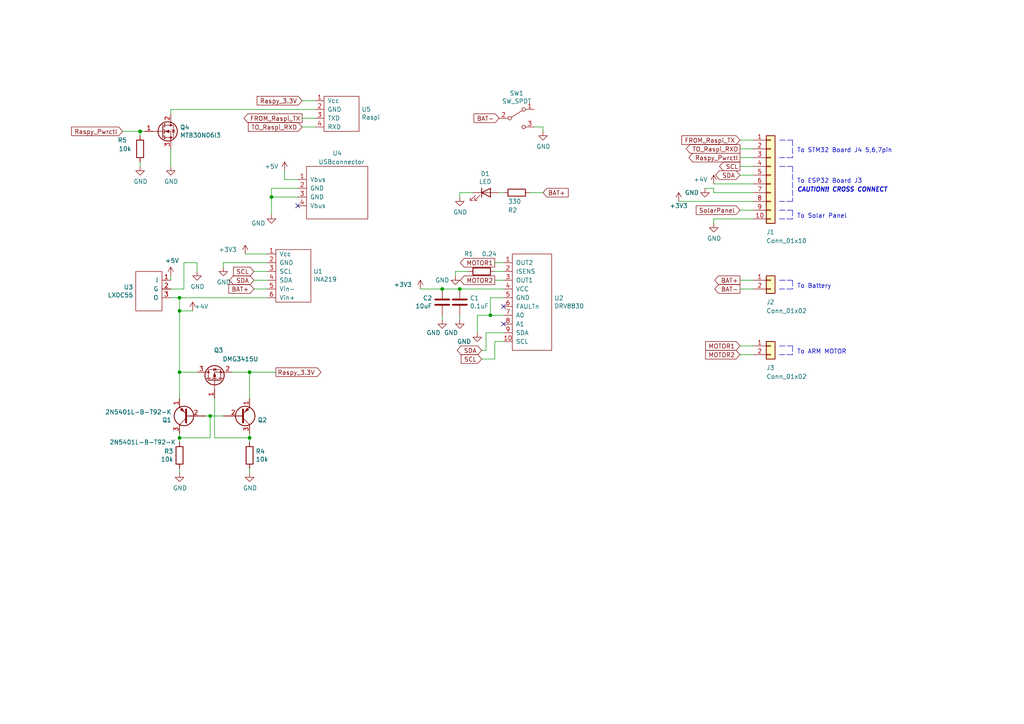
<source format=kicad_sch>
(kicad_sch (version 20211123) (generator eeschema)

  (uuid f8bfd312-ddf2-4047-8164-0f606d8ad33f)

  (paper "A4")

  (lib_symbols
    (symbol "Connector_Generic:Conn_01x02" (pin_names (offset 1.016) hide) (in_bom yes) (on_board yes)
      (property "Reference" "J" (id 0) (at 0 2.54 0)
        (effects (font (size 1.27 1.27)))
      )
      (property "Value" "Conn_01x02" (id 1) (at 0 -5.08 0)
        (effects (font (size 1.27 1.27)))
      )
      (property "Footprint" "" (id 2) (at 0 0 0)
        (effects (font (size 1.27 1.27)) hide)
      )
      (property "Datasheet" "~" (id 3) (at 0 0 0)
        (effects (font (size 1.27 1.27)) hide)
      )
      (property "ki_keywords" "connector" (id 4) (at 0 0 0)
        (effects (font (size 1.27 1.27)) hide)
      )
      (property "ki_description" "Generic connector, single row, 01x02, script generated (kicad-library-utils/schlib/autogen/connector/)" (id 5) (at 0 0 0)
        (effects (font (size 1.27 1.27)) hide)
      )
      (property "ki_fp_filters" "Connector*:*_1x??_*" (id 6) (at 0 0 0)
        (effects (font (size 1.27 1.27)) hide)
      )
      (symbol "Conn_01x02_1_1"
        (rectangle (start -1.27 -2.413) (end 0 -2.667)
          (stroke (width 0.1524) (type default) (color 0 0 0 0))
          (fill (type none))
        )
        (rectangle (start -1.27 0.127) (end 0 -0.127)
          (stroke (width 0.1524) (type default) (color 0 0 0 0))
          (fill (type none))
        )
        (rectangle (start -1.27 1.27) (end 1.27 -3.81)
          (stroke (width 0.254) (type default) (color 0 0 0 0))
          (fill (type background))
        )
        (pin passive line (at -5.08 0 0) (length 3.81)
          (name "Pin_1" (effects (font (size 1.27 1.27))))
          (number "1" (effects (font (size 1.27 1.27))))
        )
        (pin passive line (at -5.08 -2.54 0) (length 3.81)
          (name "Pin_2" (effects (font (size 1.27 1.27))))
          (number "2" (effects (font (size 1.27 1.27))))
        )
      )
    )
    (symbol "Connector_Generic:Conn_01x10" (pin_names (offset 1.016) hide) (in_bom yes) (on_board yes)
      (property "Reference" "J" (id 0) (at 0 12.7 0)
        (effects (font (size 1.27 1.27)))
      )
      (property "Value" "Conn_01x10" (id 1) (at 0 -15.24 0)
        (effects (font (size 1.27 1.27)))
      )
      (property "Footprint" "" (id 2) (at 0 0 0)
        (effects (font (size 1.27 1.27)) hide)
      )
      (property "Datasheet" "~" (id 3) (at 0 0 0)
        (effects (font (size 1.27 1.27)) hide)
      )
      (property "ki_keywords" "connector" (id 4) (at 0 0 0)
        (effects (font (size 1.27 1.27)) hide)
      )
      (property "ki_description" "Generic connector, single row, 01x10, script generated (kicad-library-utils/schlib/autogen/connector/)" (id 5) (at 0 0 0)
        (effects (font (size 1.27 1.27)) hide)
      )
      (property "ki_fp_filters" "Connector*:*_1x??_*" (id 6) (at 0 0 0)
        (effects (font (size 1.27 1.27)) hide)
      )
      (symbol "Conn_01x10_1_1"
        (rectangle (start -1.27 -12.573) (end 0 -12.827)
          (stroke (width 0.1524) (type default) (color 0 0 0 0))
          (fill (type none))
        )
        (rectangle (start -1.27 -10.033) (end 0 -10.287)
          (stroke (width 0.1524) (type default) (color 0 0 0 0))
          (fill (type none))
        )
        (rectangle (start -1.27 -7.493) (end 0 -7.747)
          (stroke (width 0.1524) (type default) (color 0 0 0 0))
          (fill (type none))
        )
        (rectangle (start -1.27 -4.953) (end 0 -5.207)
          (stroke (width 0.1524) (type default) (color 0 0 0 0))
          (fill (type none))
        )
        (rectangle (start -1.27 -2.413) (end 0 -2.667)
          (stroke (width 0.1524) (type default) (color 0 0 0 0))
          (fill (type none))
        )
        (rectangle (start -1.27 0.127) (end 0 -0.127)
          (stroke (width 0.1524) (type default) (color 0 0 0 0))
          (fill (type none))
        )
        (rectangle (start -1.27 2.667) (end 0 2.413)
          (stroke (width 0.1524) (type default) (color 0 0 0 0))
          (fill (type none))
        )
        (rectangle (start -1.27 5.207) (end 0 4.953)
          (stroke (width 0.1524) (type default) (color 0 0 0 0))
          (fill (type none))
        )
        (rectangle (start -1.27 7.747) (end 0 7.493)
          (stroke (width 0.1524) (type default) (color 0 0 0 0))
          (fill (type none))
        )
        (rectangle (start -1.27 10.287) (end 0 10.033)
          (stroke (width 0.1524) (type default) (color 0 0 0 0))
          (fill (type none))
        )
        (rectangle (start -1.27 11.43) (end 1.27 -13.97)
          (stroke (width 0.254) (type default) (color 0 0 0 0))
          (fill (type background))
        )
        (pin passive line (at -5.08 10.16 0) (length 3.81)
          (name "Pin_1" (effects (font (size 1.27 1.27))))
          (number "1" (effects (font (size 1.27 1.27))))
        )
        (pin passive line (at -5.08 -12.7 0) (length 3.81)
          (name "Pin_10" (effects (font (size 1.27 1.27))))
          (number "10" (effects (font (size 1.27 1.27))))
        )
        (pin passive line (at -5.08 7.62 0) (length 3.81)
          (name "Pin_2" (effects (font (size 1.27 1.27))))
          (number "2" (effects (font (size 1.27 1.27))))
        )
        (pin passive line (at -5.08 5.08 0) (length 3.81)
          (name "Pin_3" (effects (font (size 1.27 1.27))))
          (number "3" (effects (font (size 1.27 1.27))))
        )
        (pin passive line (at -5.08 2.54 0) (length 3.81)
          (name "Pin_4" (effects (font (size 1.27 1.27))))
          (number "4" (effects (font (size 1.27 1.27))))
        )
        (pin passive line (at -5.08 0 0) (length 3.81)
          (name "Pin_5" (effects (font (size 1.27 1.27))))
          (number "5" (effects (font (size 1.27 1.27))))
        )
        (pin passive line (at -5.08 -2.54 0) (length 3.81)
          (name "Pin_6" (effects (font (size 1.27 1.27))))
          (number "6" (effects (font (size 1.27 1.27))))
        )
        (pin passive line (at -5.08 -5.08 0) (length 3.81)
          (name "Pin_7" (effects (font (size 1.27 1.27))))
          (number "7" (effects (font (size 1.27 1.27))))
        )
        (pin passive line (at -5.08 -7.62 0) (length 3.81)
          (name "Pin_8" (effects (font (size 1.27 1.27))))
          (number "8" (effects (font (size 1.27 1.27))))
        )
        (pin passive line (at -5.08 -10.16 0) (length 3.81)
          (name "Pin_9" (effects (font (size 1.27 1.27))))
          (number "9" (effects (font (size 1.27 1.27))))
        )
      )
    )
    (symbol "Device:C" (pin_numbers hide) (pin_names (offset 0.254)) (in_bom yes) (on_board yes)
      (property "Reference" "C" (id 0) (at 0.635 2.54 0)
        (effects (font (size 1.27 1.27)) (justify left))
      )
      (property "Value" "C" (id 1) (at 0.635 -2.54 0)
        (effects (font (size 1.27 1.27)) (justify left))
      )
      (property "Footprint" "" (id 2) (at 0.9652 -3.81 0)
        (effects (font (size 1.27 1.27)) hide)
      )
      (property "Datasheet" "~" (id 3) (at 0 0 0)
        (effects (font (size 1.27 1.27)) hide)
      )
      (property "ki_keywords" "cap capacitor" (id 4) (at 0 0 0)
        (effects (font (size 1.27 1.27)) hide)
      )
      (property "ki_description" "Unpolarized capacitor" (id 5) (at 0 0 0)
        (effects (font (size 1.27 1.27)) hide)
      )
      (property "ki_fp_filters" "C_*" (id 6) (at 0 0 0)
        (effects (font (size 1.27 1.27)) hide)
      )
      (symbol "C_0_1"
        (polyline
          (pts
            (xy -2.032 -0.762)
            (xy 2.032 -0.762)
          )
          (stroke (width 0.508) (type default) (color 0 0 0 0))
          (fill (type none))
        )
        (polyline
          (pts
            (xy -2.032 0.762)
            (xy 2.032 0.762)
          )
          (stroke (width 0.508) (type default) (color 0 0 0 0))
          (fill (type none))
        )
      )
      (symbol "C_1_1"
        (pin passive line (at 0 3.81 270) (length 2.794)
          (name "~" (effects (font (size 1.27 1.27))))
          (number "1" (effects (font (size 1.27 1.27))))
        )
        (pin passive line (at 0 -3.81 90) (length 2.794)
          (name "~" (effects (font (size 1.27 1.27))))
          (number "2" (effects (font (size 1.27 1.27))))
        )
      )
    )
    (symbol "Device:LED" (pin_numbers hide) (pin_names (offset 1.016) hide) (in_bom yes) (on_board yes)
      (property "Reference" "D" (id 0) (at 0 2.54 0)
        (effects (font (size 1.27 1.27)))
      )
      (property "Value" "LED" (id 1) (at 0 -2.54 0)
        (effects (font (size 1.27 1.27)))
      )
      (property "Footprint" "" (id 2) (at 0 0 0)
        (effects (font (size 1.27 1.27)) hide)
      )
      (property "Datasheet" "~" (id 3) (at 0 0 0)
        (effects (font (size 1.27 1.27)) hide)
      )
      (property "ki_keywords" "LED diode" (id 4) (at 0 0 0)
        (effects (font (size 1.27 1.27)) hide)
      )
      (property "ki_description" "Light emitting diode" (id 5) (at 0 0 0)
        (effects (font (size 1.27 1.27)) hide)
      )
      (property "ki_fp_filters" "LED* LED_SMD:* LED_THT:*" (id 6) (at 0 0 0)
        (effects (font (size 1.27 1.27)) hide)
      )
      (symbol "LED_0_1"
        (polyline
          (pts
            (xy -1.27 -1.27)
            (xy -1.27 1.27)
          )
          (stroke (width 0.254) (type default) (color 0 0 0 0))
          (fill (type none))
        )
        (polyline
          (pts
            (xy -1.27 0)
            (xy 1.27 0)
          )
          (stroke (width 0) (type default) (color 0 0 0 0))
          (fill (type none))
        )
        (polyline
          (pts
            (xy 1.27 -1.27)
            (xy 1.27 1.27)
            (xy -1.27 0)
            (xy 1.27 -1.27)
          )
          (stroke (width 0.254) (type default) (color 0 0 0 0))
          (fill (type none))
        )
        (polyline
          (pts
            (xy -3.048 -0.762)
            (xy -4.572 -2.286)
            (xy -3.81 -2.286)
            (xy -4.572 -2.286)
            (xy -4.572 -1.524)
          )
          (stroke (width 0) (type default) (color 0 0 0 0))
          (fill (type none))
        )
        (polyline
          (pts
            (xy -1.778 -0.762)
            (xy -3.302 -2.286)
            (xy -2.54 -2.286)
            (xy -3.302 -2.286)
            (xy -3.302 -1.524)
          )
          (stroke (width 0) (type default) (color 0 0 0 0))
          (fill (type none))
        )
      )
      (symbol "LED_1_1"
        (pin passive line (at -3.81 0 0) (length 2.54)
          (name "K" (effects (font (size 1.27 1.27))))
          (number "1" (effects (font (size 1.27 1.27))))
        )
        (pin passive line (at 3.81 0 180) (length 2.54)
          (name "A" (effects (font (size 1.27 1.27))))
          (number "2" (effects (font (size 1.27 1.27))))
        )
      )
    )
    (symbol "Device:Q_NMOS_GDS" (pin_names (offset 0) hide) (in_bom yes) (on_board yes)
      (property "Reference" "Q" (id 0) (at 5.08 1.27 0)
        (effects (font (size 1.27 1.27)) (justify left))
      )
      (property "Value" "Q_NMOS_GDS" (id 1) (at 5.08 -1.27 0)
        (effects (font (size 1.27 1.27)) (justify left))
      )
      (property "Footprint" "" (id 2) (at 5.08 2.54 0)
        (effects (font (size 1.27 1.27)) hide)
      )
      (property "Datasheet" "~" (id 3) (at 0 0 0)
        (effects (font (size 1.27 1.27)) hide)
      )
      (property "ki_keywords" "transistor NMOS N-MOS N-MOSFET" (id 4) (at 0 0 0)
        (effects (font (size 1.27 1.27)) hide)
      )
      (property "ki_description" "N-MOSFET transistor, gate/drain/source" (id 5) (at 0 0 0)
        (effects (font (size 1.27 1.27)) hide)
      )
      (symbol "Q_NMOS_GDS_0_1"
        (polyline
          (pts
            (xy 0.254 0)
            (xy -2.54 0)
          )
          (stroke (width 0) (type default) (color 0 0 0 0))
          (fill (type none))
        )
        (polyline
          (pts
            (xy 0.254 1.905)
            (xy 0.254 -1.905)
          )
          (stroke (width 0.254) (type default) (color 0 0 0 0))
          (fill (type none))
        )
        (polyline
          (pts
            (xy 0.762 -1.27)
            (xy 0.762 -2.286)
          )
          (stroke (width 0.254) (type default) (color 0 0 0 0))
          (fill (type none))
        )
        (polyline
          (pts
            (xy 0.762 0.508)
            (xy 0.762 -0.508)
          )
          (stroke (width 0.254) (type default) (color 0 0 0 0))
          (fill (type none))
        )
        (polyline
          (pts
            (xy 0.762 2.286)
            (xy 0.762 1.27)
          )
          (stroke (width 0.254) (type default) (color 0 0 0 0))
          (fill (type none))
        )
        (polyline
          (pts
            (xy 2.54 2.54)
            (xy 2.54 1.778)
          )
          (stroke (width 0) (type default) (color 0 0 0 0))
          (fill (type none))
        )
        (polyline
          (pts
            (xy 2.54 -2.54)
            (xy 2.54 0)
            (xy 0.762 0)
          )
          (stroke (width 0) (type default) (color 0 0 0 0))
          (fill (type none))
        )
        (polyline
          (pts
            (xy 0.762 -1.778)
            (xy 3.302 -1.778)
            (xy 3.302 1.778)
            (xy 0.762 1.778)
          )
          (stroke (width 0) (type default) (color 0 0 0 0))
          (fill (type none))
        )
        (polyline
          (pts
            (xy 1.016 0)
            (xy 2.032 0.381)
            (xy 2.032 -0.381)
            (xy 1.016 0)
          )
          (stroke (width 0) (type default) (color 0 0 0 0))
          (fill (type outline))
        )
        (polyline
          (pts
            (xy 2.794 0.508)
            (xy 2.921 0.381)
            (xy 3.683 0.381)
            (xy 3.81 0.254)
          )
          (stroke (width 0) (type default) (color 0 0 0 0))
          (fill (type none))
        )
        (polyline
          (pts
            (xy 3.302 0.381)
            (xy 2.921 -0.254)
            (xy 3.683 -0.254)
            (xy 3.302 0.381)
          )
          (stroke (width 0) (type default) (color 0 0 0 0))
          (fill (type none))
        )
        (circle (center 1.651 0) (radius 2.794)
          (stroke (width 0.254) (type default) (color 0 0 0 0))
          (fill (type none))
        )
        (circle (center 2.54 -1.778) (radius 0.254)
          (stroke (width 0) (type default) (color 0 0 0 0))
          (fill (type outline))
        )
        (circle (center 2.54 1.778) (radius 0.254)
          (stroke (width 0) (type default) (color 0 0 0 0))
          (fill (type outline))
        )
      )
      (symbol "Q_NMOS_GDS_1_1"
        (pin input line (at -5.08 0 0) (length 2.54)
          (name "G" (effects (font (size 1.27 1.27))))
          (number "1" (effects (font (size 1.27 1.27))))
        )
        (pin passive line (at 2.54 5.08 270) (length 2.54)
          (name "D" (effects (font (size 1.27 1.27))))
          (number "2" (effects (font (size 1.27 1.27))))
        )
        (pin passive line (at 2.54 -5.08 90) (length 2.54)
          (name "S" (effects (font (size 1.27 1.27))))
          (number "3" (effects (font (size 1.27 1.27))))
        )
      )
    )
    (symbol "Device:Q_PMOS_GSD" (pin_names (offset 0) hide) (in_bom yes) (on_board yes)
      (property "Reference" "Q" (id 0) (at 5.08 1.27 0)
        (effects (font (size 1.27 1.27)) (justify left))
      )
      (property "Value" "Q_PMOS_GSD" (id 1) (at 5.08 -1.27 0)
        (effects (font (size 1.27 1.27)) (justify left))
      )
      (property "Footprint" "" (id 2) (at 5.08 2.54 0)
        (effects (font (size 1.27 1.27)) hide)
      )
      (property "Datasheet" "~" (id 3) (at 0 0 0)
        (effects (font (size 1.27 1.27)) hide)
      )
      (property "ki_keywords" "transistor PMOS P-MOS P-MOSFET" (id 4) (at 0 0 0)
        (effects (font (size 1.27 1.27)) hide)
      )
      (property "ki_description" "P-MOSFET transistor, gate/source/drain" (id 5) (at 0 0 0)
        (effects (font (size 1.27 1.27)) hide)
      )
      (symbol "Q_PMOS_GSD_0_1"
        (polyline
          (pts
            (xy 0.254 0)
            (xy -2.54 0)
          )
          (stroke (width 0) (type default) (color 0 0 0 0))
          (fill (type none))
        )
        (polyline
          (pts
            (xy 0.254 1.905)
            (xy 0.254 -1.905)
          )
          (stroke (width 0.254) (type default) (color 0 0 0 0))
          (fill (type none))
        )
        (polyline
          (pts
            (xy 0.762 -1.27)
            (xy 0.762 -2.286)
          )
          (stroke (width 0.254) (type default) (color 0 0 0 0))
          (fill (type none))
        )
        (polyline
          (pts
            (xy 0.762 0.508)
            (xy 0.762 -0.508)
          )
          (stroke (width 0.254) (type default) (color 0 0 0 0))
          (fill (type none))
        )
        (polyline
          (pts
            (xy 0.762 2.286)
            (xy 0.762 1.27)
          )
          (stroke (width 0.254) (type default) (color 0 0 0 0))
          (fill (type none))
        )
        (polyline
          (pts
            (xy 2.54 2.54)
            (xy 2.54 1.778)
          )
          (stroke (width 0) (type default) (color 0 0 0 0))
          (fill (type none))
        )
        (polyline
          (pts
            (xy 2.54 -2.54)
            (xy 2.54 0)
            (xy 0.762 0)
          )
          (stroke (width 0) (type default) (color 0 0 0 0))
          (fill (type none))
        )
        (polyline
          (pts
            (xy 0.762 1.778)
            (xy 3.302 1.778)
            (xy 3.302 -1.778)
            (xy 0.762 -1.778)
          )
          (stroke (width 0) (type default) (color 0 0 0 0))
          (fill (type none))
        )
        (polyline
          (pts
            (xy 2.286 0)
            (xy 1.27 0.381)
            (xy 1.27 -0.381)
            (xy 2.286 0)
          )
          (stroke (width 0) (type default) (color 0 0 0 0))
          (fill (type outline))
        )
        (polyline
          (pts
            (xy 2.794 -0.508)
            (xy 2.921 -0.381)
            (xy 3.683 -0.381)
            (xy 3.81 -0.254)
          )
          (stroke (width 0) (type default) (color 0 0 0 0))
          (fill (type none))
        )
        (polyline
          (pts
            (xy 3.302 -0.381)
            (xy 2.921 0.254)
            (xy 3.683 0.254)
            (xy 3.302 -0.381)
          )
          (stroke (width 0) (type default) (color 0 0 0 0))
          (fill (type none))
        )
        (circle (center 1.651 0) (radius 2.794)
          (stroke (width 0.254) (type default) (color 0 0 0 0))
          (fill (type none))
        )
        (circle (center 2.54 -1.778) (radius 0.254)
          (stroke (width 0) (type default) (color 0 0 0 0))
          (fill (type outline))
        )
        (circle (center 2.54 1.778) (radius 0.254)
          (stroke (width 0) (type default) (color 0 0 0 0))
          (fill (type outline))
        )
      )
      (symbol "Q_PMOS_GSD_1_1"
        (pin input line (at -5.08 0 0) (length 2.54)
          (name "G" (effects (font (size 1.27 1.27))))
          (number "1" (effects (font (size 1.27 1.27))))
        )
        (pin passive line (at 2.54 -5.08 90) (length 2.54)
          (name "S" (effects (font (size 1.27 1.27))))
          (number "2" (effects (font (size 1.27 1.27))))
        )
        (pin passive line (at 2.54 5.08 270) (length 2.54)
          (name "D" (effects (font (size 1.27 1.27))))
          (number "3" (effects (font (size 1.27 1.27))))
        )
      )
    )
    (symbol "Device:R" (pin_numbers hide) (pin_names (offset 0)) (in_bom yes) (on_board yes)
      (property "Reference" "R" (id 0) (at 2.032 0 90)
        (effects (font (size 1.27 1.27)))
      )
      (property "Value" "R" (id 1) (at 0 0 90)
        (effects (font (size 1.27 1.27)))
      )
      (property "Footprint" "" (id 2) (at -1.778 0 90)
        (effects (font (size 1.27 1.27)) hide)
      )
      (property "Datasheet" "~" (id 3) (at 0 0 0)
        (effects (font (size 1.27 1.27)) hide)
      )
      (property "ki_keywords" "R res resistor" (id 4) (at 0 0 0)
        (effects (font (size 1.27 1.27)) hide)
      )
      (property "ki_description" "Resistor" (id 5) (at 0 0 0)
        (effects (font (size 1.27 1.27)) hide)
      )
      (property "ki_fp_filters" "R_*" (id 6) (at 0 0 0)
        (effects (font (size 1.27 1.27)) hide)
      )
      (symbol "R_0_1"
        (rectangle (start -1.016 -2.54) (end 1.016 2.54)
          (stroke (width 0.254) (type default) (color 0 0 0 0))
          (fill (type none))
        )
      )
      (symbol "R_1_1"
        (pin passive line (at 0 3.81 270) (length 1.27)
          (name "~" (effects (font (size 1.27 1.27))))
          (number "1" (effects (font (size 1.27 1.27))))
        )
        (pin passive line (at 0 -3.81 90) (length 1.27)
          (name "~" (effects (font (size 1.27 1.27))))
          (number "2" (effects (font (size 1.27 1.27))))
        )
      )
    )
    (symbol "Switch:SW_SPDT" (pin_names (offset 0) hide) (in_bom yes) (on_board yes)
      (property "Reference" "SW" (id 0) (at 0 4.318 0)
        (effects (font (size 1.27 1.27)))
      )
      (property "Value" "SW_SPDT" (id 1) (at 0 -5.08 0)
        (effects (font (size 1.27 1.27)))
      )
      (property "Footprint" "" (id 2) (at 0 0 0)
        (effects (font (size 1.27 1.27)) hide)
      )
      (property "Datasheet" "~" (id 3) (at 0 0 0)
        (effects (font (size 1.27 1.27)) hide)
      )
      (property "ki_keywords" "switch single-pole double-throw spdt ON-ON" (id 4) (at 0 0 0)
        (effects (font (size 1.27 1.27)) hide)
      )
      (property "ki_description" "Switch, single pole double throw" (id 5) (at 0 0 0)
        (effects (font (size 1.27 1.27)) hide)
      )
      (symbol "SW_SPDT_0_0"
        (circle (center -2.032 0) (radius 0.508)
          (stroke (width 0) (type default) (color 0 0 0 0))
          (fill (type none))
        )
        (circle (center 2.032 -2.54) (radius 0.508)
          (stroke (width 0) (type default) (color 0 0 0 0))
          (fill (type none))
        )
      )
      (symbol "SW_SPDT_0_1"
        (polyline
          (pts
            (xy -1.524 0.254)
            (xy 1.651 2.286)
          )
          (stroke (width 0) (type default) (color 0 0 0 0))
          (fill (type none))
        )
        (circle (center 2.032 2.54) (radius 0.508)
          (stroke (width 0) (type default) (color 0 0 0 0))
          (fill (type none))
        )
      )
      (symbol "SW_SPDT_1_1"
        (pin passive line (at 5.08 2.54 180) (length 2.54)
          (name "A" (effects (font (size 1.27 1.27))))
          (number "1" (effects (font (size 1.27 1.27))))
        )
        (pin passive line (at -5.08 0 0) (length 2.54)
          (name "B" (effects (font (size 1.27 1.27))))
          (number "2" (effects (font (size 1.27 1.27))))
        )
        (pin passive line (at 5.08 -2.54 180) (length 2.54)
          (name "C" (effects (font (size 1.27 1.27))))
          (number "3" (effects (font (size 1.27 1.27))))
        )
      )
    )
    (symbol "Transistor_BJT:2N3905" (pin_names (offset 0) hide) (in_bom yes) (on_board yes)
      (property "Reference" "Q" (id 0) (at 5.08 1.905 0)
        (effects (font (size 1.27 1.27)) (justify left))
      )
      (property "Value" "2N3905" (id 1) (at 5.08 0 0)
        (effects (font (size 1.27 1.27)) (justify left))
      )
      (property "Footprint" "Package_TO_SOT_THT:TO-92_Inline" (id 2) (at 5.08 -1.905 0)
        (effects (font (size 1.27 1.27) italic) (justify left) hide)
      )
      (property "Datasheet" "https://www.nteinc.com/specs/original/2N3905_06.pdf" (id 3) (at 0 0 0)
        (effects (font (size 1.27 1.27)) (justify left) hide)
      )
      (property "ki_keywords" "PNP Transistor" (id 4) (at 0 0 0)
        (effects (font (size 1.27 1.27)) hide)
      )
      (property "ki_description" "-0.2A Ic, -40V Vce, Small Signal PNP Transistor, TO-92" (id 5) (at 0 0 0)
        (effects (font (size 1.27 1.27)) hide)
      )
      (property "ki_fp_filters" "TO?92*" (id 6) (at 0 0 0)
        (effects (font (size 1.27 1.27)) hide)
      )
      (symbol "2N3905_0_1"
        (polyline
          (pts
            (xy 0.635 0.635)
            (xy 2.54 2.54)
          )
          (stroke (width 0) (type default) (color 0 0 0 0))
          (fill (type none))
        )
        (polyline
          (pts
            (xy 0.635 -0.635)
            (xy 2.54 -2.54)
            (xy 2.54 -2.54)
          )
          (stroke (width 0) (type default) (color 0 0 0 0))
          (fill (type none))
        )
        (polyline
          (pts
            (xy 0.635 1.905)
            (xy 0.635 -1.905)
            (xy 0.635 -1.905)
          )
          (stroke (width 0.508) (type default) (color 0 0 0 0))
          (fill (type none))
        )
        (polyline
          (pts
            (xy 2.286 -1.778)
            (xy 1.778 -2.286)
            (xy 1.27 -1.27)
            (xy 2.286 -1.778)
            (xy 2.286 -1.778)
          )
          (stroke (width 0) (type default) (color 0 0 0 0))
          (fill (type outline))
        )
        (circle (center 1.27 0) (radius 2.8194)
          (stroke (width 0.254) (type default) (color 0 0 0 0))
          (fill (type none))
        )
      )
      (symbol "2N3905_1_1"
        (pin passive line (at 2.54 -5.08 90) (length 2.54)
          (name "E" (effects (font (size 1.27 1.27))))
          (number "1" (effects (font (size 1.27 1.27))))
        )
        (pin input line (at -5.08 0 0) (length 5.715)
          (name "B" (effects (font (size 1.27 1.27))))
          (number "2" (effects (font (size 1.27 1.27))))
        )
        (pin passive line (at 2.54 5.08 270) (length 2.54)
          (name "C" (effects (font (size 1.27 1.27))))
          (number "3" (effects (font (size 1.27 1.27))))
        )
      )
    )
    (symbol "power:+4V" (power) (pin_names (offset 0)) (in_bom yes) (on_board yes)
      (property "Reference" "#PWR" (id 0) (at 0 -3.81 0)
        (effects (font (size 1.27 1.27)) hide)
      )
      (property "Value" "+4V" (id 1) (at 0 3.556 0)
        (effects (font (size 1.27 1.27)))
      )
      (property "Footprint" "" (id 2) (at 0 0 0)
        (effects (font (size 1.27 1.27)) hide)
      )
      (property "Datasheet" "" (id 3) (at 0 0 0)
        (effects (font (size 1.27 1.27)) hide)
      )
      (property "ki_keywords" "power-flag" (id 4) (at 0 0 0)
        (effects (font (size 1.27 1.27)) hide)
      )
      (property "ki_description" "Power symbol creates a global label with name \"+4V\"" (id 5) (at 0 0 0)
        (effects (font (size 1.27 1.27)) hide)
      )
      (symbol "+4V_0_1"
        (polyline
          (pts
            (xy -0.762 1.27)
            (xy 0 2.54)
          )
          (stroke (width 0) (type default) (color 0 0 0 0))
          (fill (type none))
        )
        (polyline
          (pts
            (xy 0 0)
            (xy 0 2.54)
          )
          (stroke (width 0) (type default) (color 0 0 0 0))
          (fill (type none))
        )
        (polyline
          (pts
            (xy 0 2.54)
            (xy 0.762 1.27)
          )
          (stroke (width 0) (type default) (color 0 0 0 0))
          (fill (type none))
        )
      )
      (symbol "+4V_1_1"
        (pin power_in line (at 0 0 90) (length 0) hide
          (name "+4V" (effects (font (size 1.27 1.27))))
          (number "1" (effects (font (size 1.27 1.27))))
        )
      )
    )
    (symbol "power:+5V" (power) (pin_names (offset 0)) (in_bom yes) (on_board yes)
      (property "Reference" "#PWR" (id 0) (at 0 -3.81 0)
        (effects (font (size 1.27 1.27)) hide)
      )
      (property "Value" "+5V" (id 1) (at 0 3.556 0)
        (effects (font (size 1.27 1.27)))
      )
      (property "Footprint" "" (id 2) (at 0 0 0)
        (effects (font (size 1.27 1.27)) hide)
      )
      (property "Datasheet" "" (id 3) (at 0 0 0)
        (effects (font (size 1.27 1.27)) hide)
      )
      (property "ki_keywords" "power-flag" (id 4) (at 0 0 0)
        (effects (font (size 1.27 1.27)) hide)
      )
      (property "ki_description" "Power symbol creates a global label with name \"+5V\"" (id 5) (at 0 0 0)
        (effects (font (size 1.27 1.27)) hide)
      )
      (symbol "+5V_0_1"
        (polyline
          (pts
            (xy -0.762 1.27)
            (xy 0 2.54)
          )
          (stroke (width 0) (type default) (color 0 0 0 0))
          (fill (type none))
        )
        (polyline
          (pts
            (xy 0 0)
            (xy 0 2.54)
          )
          (stroke (width 0) (type default) (color 0 0 0 0))
          (fill (type none))
        )
        (polyline
          (pts
            (xy 0 2.54)
            (xy 0.762 1.27)
          )
          (stroke (width 0) (type default) (color 0 0 0 0))
          (fill (type none))
        )
      )
      (symbol "+5V_1_1"
        (pin power_in line (at 0 0 90) (length 0) hide
          (name "+5V" (effects (font (size 1.27 1.27))))
          (number "1" (effects (font (size 1.27 1.27))))
        )
      )
    )
    (symbol "power:GND" (power) (pin_names (offset 0)) (in_bom yes) (on_board yes)
      (property "Reference" "#PWR" (id 0) (at 0 -6.35 0)
        (effects (font (size 1.27 1.27)) hide)
      )
      (property "Value" "GND" (id 1) (at 0 -3.81 0)
        (effects (font (size 1.27 1.27)))
      )
      (property "Footprint" "" (id 2) (at 0 0 0)
        (effects (font (size 1.27 1.27)) hide)
      )
      (property "Datasheet" "" (id 3) (at 0 0 0)
        (effects (font (size 1.27 1.27)) hide)
      )
      (property "ki_keywords" "power-flag" (id 4) (at 0 0 0)
        (effects (font (size 1.27 1.27)) hide)
      )
      (property "ki_description" "Power symbol creates a global label with name \"GND\" , ground" (id 5) (at 0 0 0)
        (effects (font (size 1.27 1.27)) hide)
      )
      (symbol "GND_0_1"
        (polyline
          (pts
            (xy 0 0)
            (xy 0 -1.27)
            (xy 1.27 -1.27)
            (xy 0 -2.54)
            (xy -1.27 -1.27)
            (xy 0 -1.27)
          )
          (stroke (width 0) (type default) (color 0 0 0 0))
          (fill (type none))
        )
      )
      (symbol "GND_1_1"
        (pin power_in line (at 0 0 270) (length 0) hide
          (name "GND" (effects (font (size 1.27 1.27))))
          (number "1" (effects (font (size 1.27 1.27))))
        )
      )
    )
    (symbol "simple-rsp01-3-rescue:+3.3V-power" (power) (pin_names (offset 0)) (in_bom yes) (on_board yes)
      (property "Reference" "#PWR" (id 0) (at 0 -3.81 0)
        (effects (font (size 1.27 1.27)) hide)
      )
      (property "Value" "+3.3V-power" (id 1) (at 0 3.556 0)
        (effects (font (size 1.27 1.27)))
      )
      (property "Footprint" "" (id 2) (at 0 0 0)
        (effects (font (size 1.27 1.27)) hide)
      )
      (property "Datasheet" "" (id 3) (at 0 0 0)
        (effects (font (size 1.27 1.27)) hide)
      )
      (symbol "+3.3V-power_0_1"
        (polyline
          (pts
            (xy -0.762 1.27)
            (xy 0 2.54)
          )
          (stroke (width 0) (type default) (color 0 0 0 0))
          (fill (type none))
        )
        (polyline
          (pts
            (xy 0 0)
            (xy 0 2.54)
          )
          (stroke (width 0) (type default) (color 0 0 0 0))
          (fill (type none))
        )
        (polyline
          (pts
            (xy 0 2.54)
            (xy 0.762 1.27)
          )
          (stroke (width 0) (type default) (color 0 0 0 0))
          (fill (type none))
        )
      )
      (symbol "+3.3V-power_1_1"
        (pin power_in line (at 0 0 90) (length 0) hide
          (name "+3V3" (effects (font (size 1.27 1.27))))
          (number "1" (effects (font (size 1.27 1.27))))
        )
      )
    )
    (symbol "simple-rsp01-3-rescue:DRV8830-RSP-01" (pin_names (offset 1.016)) (in_bom yes) (on_board yes)
      (property "Reference" "U" (id 0) (at -3.81 16.51 0)
        (effects (font (size 1.27 1.27)))
      )
      (property "Value" "DRV8830-RSP-01" (id 1) (at -1.27 13.97 0)
        (effects (font (size 1.27 1.27)))
      )
      (property "Footprint" "" (id 2) (at 0 0 0)
        (effects (font (size 1.27 1.27)) hide)
      )
      (property "Datasheet" "" (id 3) (at 0 0 0)
        (effects (font (size 1.27 1.27)) hide)
      )
      (symbol "DRV8830-RSP-01_0_1"
        (rectangle (start -5.08 12.7) (end 6.35 -15.24)
          (stroke (width 0) (type default) (color 0 0 0 0))
          (fill (type none))
        )
      )
      (symbol "DRV8830-RSP-01_1_1"
        (pin input line (at -7.62 10.16 0) (length 2.54)
          (name "OUT2" (effects (font (size 1.27 1.27))))
          (number "1" (effects (font (size 1.27 1.27))))
        )
        (pin input line (at -7.62 -12.7 0) (length 2.54)
          (name "SCL" (effects (font (size 1.27 1.27))))
          (number "10" (effects (font (size 1.27 1.27))))
        )
        (pin input line (at -7.62 7.62 0) (length 2.54)
          (name "ISENS" (effects (font (size 1.27 1.27))))
          (number "2" (effects (font (size 1.27 1.27))))
        )
        (pin input line (at -7.62 5.08 0) (length 2.54)
          (name "OUT1" (effects (font (size 1.27 1.27))))
          (number "3" (effects (font (size 1.27 1.27))))
        )
        (pin input line (at -7.62 2.54 0) (length 2.54)
          (name "VCC" (effects (font (size 1.27 1.27))))
          (number "4" (effects (font (size 1.27 1.27))))
        )
        (pin input line (at -7.62 0 0) (length 2.54)
          (name "GND" (effects (font (size 1.27 1.27))))
          (number "5" (effects (font (size 1.27 1.27))))
        )
        (pin input line (at -7.62 -2.54 0) (length 2.54)
          (name "FAULTn" (effects (font (size 1.27 1.27))))
          (number "6" (effects (font (size 1.27 1.27))))
        )
        (pin input line (at -7.62 -5.08 0) (length 2.54)
          (name "A0" (effects (font (size 1.27 1.27))))
          (number "7" (effects (font (size 1.27 1.27))))
        )
        (pin input line (at -7.62 -7.62 0) (length 2.54)
          (name "A1" (effects (font (size 1.27 1.27))))
          (number "8" (effects (font (size 1.27 1.27))))
        )
        (pin input line (at -7.62 -10.16 0) (length 2.54)
          (name "SDA" (effects (font (size 1.27 1.27))))
          (number "9" (effects (font (size 1.27 1.27))))
        )
      )
    )
    (symbol "simple-rsp01-3-rescue:INA219-RSP-01" (pin_names (offset 1.016)) (in_bom yes) (on_board yes)
      (property "Reference" "U" (id 0) (at 0 -8.89 0)
        (effects (font (size 1.27 1.27)))
      )
      (property "Value" "INA219-RSP-01" (id 1) (at 0 8.89 0)
        (effects (font (size 1.27 1.27)))
      )
      (property "Footprint" "" (id 2) (at 0 0 0)
        (effects (font (size 1.27 1.27)) hide)
      )
      (property "Datasheet" "" (id 3) (at 0 0 0)
        (effects (font (size 1.27 1.27)) hide)
      )
      (symbol "INA219-RSP-01_0_1"
        (rectangle (start -5.08 7.62) (end 5.08 -7.62)
          (stroke (width 0) (type default) (color 0 0 0 0))
          (fill (type none))
        )
      )
      (symbol "INA219-RSP-01_1_1"
        (pin input line (at -7.62 6.35 0) (length 2.54)
          (name "Vcc" (effects (font (size 1.27 1.27))))
          (number "1" (effects (font (size 1.27 1.27))))
        )
        (pin input line (at -7.62 3.81 0) (length 2.54)
          (name "GND" (effects (font (size 1.27 1.27))))
          (number "2" (effects (font (size 1.27 1.27))))
        )
        (pin input line (at -7.62 1.27 0) (length 2.54)
          (name "SCL" (effects (font (size 1.27 1.27))))
          (number "3" (effects (font (size 1.27 1.27))))
        )
        (pin input line (at -7.62 -1.27 0) (length 2.54)
          (name "SDA" (effects (font (size 1.27 1.27))))
          (number "4" (effects (font (size 1.27 1.27))))
        )
        (pin input line (at -7.62 -3.81 0) (length 2.54)
          (name "Vin-" (effects (font (size 1.27 1.27))))
          (number "5" (effects (font (size 1.27 1.27))))
        )
        (pin input line (at -7.62 -6.35 0) (length 2.54)
          (name "Vin+" (effects (font (size 1.27 1.27))))
          (number "6" (effects (font (size 1.27 1.27))))
        )
      )
    )
    (symbol "simple-rsp01-3-rescue:LXDC55-RSP-01" (pin_names (offset 1.016)) (in_bom yes) (on_board yes)
      (property "Reference" "U" (id 0) (at -1.27 8.89 0)
        (effects (font (size 1.27 1.27)))
      )
      (property "Value" "LXDC55-RSP-01" (id 1) (at 1.27 6.35 0)
        (effects (font (size 1.27 1.27)))
      )
      (property "Footprint" "" (id 2) (at 0 0 0)
        (effects (font (size 1.27 1.27)) hide)
      )
      (property "Datasheet" "" (id 3) (at 0 0 0)
        (effects (font (size 1.27 1.27)) hide)
      )
      (symbol "LXDC55-RSP-01_0_1"
        (rectangle (start -2.54 5.08) (end 5.08 -6.35)
          (stroke (width 0) (type default) (color 0 0 0 0))
          (fill (type none))
        )
      )
      (symbol "LXDC55-RSP-01_1_1"
        (pin input line (at -5.08 2.54 0) (length 2.54)
          (name "I" (effects (font (size 1.27 1.27))))
          (number "1" (effects (font (size 1.27 1.27))))
        )
        (pin input line (at -5.08 0 0) (length 2.54)
          (name "G" (effects (font (size 1.27 1.27))))
          (number "2" (effects (font (size 1.27 1.27))))
        )
        (pin input line (at -5.08 -2.54 0) (length 2.54)
          (name "O" (effects (font (size 1.27 1.27))))
          (number "3" (effects (font (size 1.27 1.27))))
        )
      )
    )
    (symbol "simple-rsp01-3-rescue:Raspi-RSP-01" (pin_names (offset 1.016)) (in_bom yes) (on_board yes)
      (property "Reference" "U" (id 0) (at 0 -6.35 0)
        (effects (font (size 1.27 1.27)))
      )
      (property "Value" "Raspi-RSP-01" (id 1) (at 0 6.35 0)
        (effects (font (size 1.27 1.27)))
      )
      (property "Footprint" "" (id 2) (at 0 0 0)
        (effects (font (size 1.27 1.27)) hide)
      )
      (property "Datasheet" "" (id 3) (at 0 0 0)
        (effects (font (size 1.27 1.27)) hide)
      )
      (symbol "Raspi-RSP-01_0_1"
        (rectangle (start -5.08 5.08) (end 5.08 -5.08)
          (stroke (width 0) (type default) (color 0 0 0 0))
          (fill (type none))
        )
      )
      (symbol "Raspi-RSP-01_1_1"
        (pin input line (at -7.62 3.81 0) (length 2.54)
          (name "Vcc" (effects (font (size 1.27 1.27))))
          (number "1" (effects (font (size 1.27 1.27))))
        )
        (pin input line (at -7.62 1.27 0) (length 2.54)
          (name "GND" (effects (font (size 1.27 1.27))))
          (number "2" (effects (font (size 1.27 1.27))))
        )
        (pin input line (at -7.62 -1.27 0) (length 2.54)
          (name "TXD" (effects (font (size 1.27 1.27))))
          (number "3" (effects (font (size 1.27 1.27))))
        )
        (pin input line (at -7.62 -3.81 0) (length 2.54)
          (name "RXD" (effects (font (size 1.27 1.27))))
          (number "4" (effects (font (size 1.27 1.27))))
        )
      )
    )
    (symbol "simple-rsp01-3-rescue:USBconnector-RSP-01" (pin_names (offset 1.016)) (in_bom yes) (on_board yes)
      (property "Reference" "U" (id 0) (at 0 -8.89 0)
        (effects (font (size 1.27 1.27)))
      )
      (property "Value" "USBconnector-RSP-01" (id 1) (at 0 8.89 0)
        (effects (font (size 1.27 1.27)))
      )
      (property "Footprint" "" (id 2) (at 0 0 0)
        (effects (font (size 1.27 1.27)) hide)
      )
      (property "Datasheet" "" (id 3) (at 0 0 0)
        (effects (font (size 1.27 1.27)) hide)
      )
      (symbol "USBconnector-RSP-01_0_1"
        (rectangle (start -8.89 7.62) (end 8.89 -7.62)
          (stroke (width 0) (type default) (color 0 0 0 0))
          (fill (type none))
        )
      )
      (symbol "USBconnector-RSP-01_1_1"
        (pin input line (at -11.43 3.81 0) (length 2.54)
          (name "Vbus" (effects (font (size 1.27 1.27))))
          (number "1" (effects (font (size 1.27 1.27))))
        )
        (pin input line (at -11.43 1.27 0) (length 2.54)
          (name "GND" (effects (font (size 1.27 1.27))))
          (number "2" (effects (font (size 1.27 1.27))))
        )
        (pin input line (at -11.43 -1.27 0) (length 2.54)
          (name "GND" (effects (font (size 1.27 1.27))))
          (number "3" (effects (font (size 1.27 1.27))))
        )
        (pin input line (at -11.43 -3.81 0) (length 2.54)
          (name "Vbus" (effects (font (size 1.27 1.27))))
          (number "4" (effects (font (size 1.27 1.27))))
        )
      )
    )
  )

  (junction (at 52.07 90.17) (diameter 0) (color 0 0 0 0)
    (uuid 0a2be2fa-37cb-4e21-87c3-85403b665f28)
  )
  (junction (at 72.39 127) (diameter 0) (color 0 0 0 0)
    (uuid 1f354652-e978-4643-93be-7f8cbe3c9c39)
  )
  (junction (at 133.35 83.82) (diameter 0) (color 0 0 0 0)
    (uuid 30017408-c16f-44d5-8fab-2f8d9d513894)
  )
  (junction (at 40.64 38.1) (diameter 0) (color 0 0 0 0)
    (uuid 4b1456a4-a976-4d68-9d46-78b0fc217733)
  )
  (junction (at 52.07 107.95) (diameter 0) (color 0 0 0 0)
    (uuid 51c12c42-1da9-4efa-8871-0ddb83082460)
  )
  (junction (at 142.24 91.44) (diameter 0) (color 0 0 0 0)
    (uuid 6bf4f550-6f69-42f5-a577-45bfc9a6d4e3)
  )
  (junction (at 60.96 120.65) (diameter 0) (color 0 0 0 0)
    (uuid 6c05fa9a-84df-45b8-a447-492fc312e372)
  )
  (junction (at 78.74 57.15) (diameter 0) (color 0 0 0 0)
    (uuid 768a8577-8dc3-4b12-bdd4-ed7c124270ad)
  )
  (junction (at 52.07 127) (diameter 0) (color 0 0 0 0)
    (uuid cad05d04-68bd-47bd-b37c-fb021acd253a)
  )
  (junction (at 128.27 83.82) (diameter 0) (color 0 0 0 0)
    (uuid cdd703ed-a7bf-4107-ac67-b006f3a66edf)
  )
  (junction (at 52.07 86.36) (diameter 0) (color 0 0 0 0)
    (uuid e36449a1-f177-41ba-b611-b6d67f0a2b7a)
  )
  (junction (at 72.39 107.95) (diameter 0) (color 0 0 0 0)
    (uuid fe8019d1-a63b-4229-b9b4-f5c753186ff6)
  )

  (no_connect (at 146.05 88.9) (uuid 0f3f20d1-ddb6-42eb-a0e5-42808b156b7d))
  (no_connect (at 146.05 93.98) (uuid 55f410e0-8a85-44c4-9b2f-9d279b912991))
  (no_connect (at 86.36 59.69) (uuid 69c10aa7-e438-4466-aa44-27a8a9b5172d))

  (wire (pts (xy 133.35 83.82) (xy 146.05 83.82))
    (stroke (width 0) (type default) (color 0 0 0 0))
    (uuid 02246d59-09ec-4502-94db-2b0d979f859f)
  )
  (wire (pts (xy 67.31 107.95) (xy 72.39 107.95))
    (stroke (width 0) (type default) (color 0 0 0 0))
    (uuid 05d75360-e79d-4980-9a39-74b280054966)
  )
  (wire (pts (xy 133.35 55.88) (xy 137.16 55.88))
    (stroke (width 0) (type default) (color 0 0 0 0))
    (uuid 09029bcd-5206-4aad-8e80-c98376e5b4e1)
  )
  (wire (pts (xy 53.34 76.2) (xy 57.15 76.2))
    (stroke (width 0) (type default) (color 0 0 0 0))
    (uuid 0a4cdcfe-e418-4e9a-a8bb-22704c27a9c9)
  )
  (wire (pts (xy 133.35 91.44) (xy 133.35 92.71))
    (stroke (width 0) (type default) (color 0 0 0 0))
    (uuid 0f63030b-b120-435c-8784-f1078351645e)
  )
  (wire (pts (xy 52.07 107.95) (xy 57.15 107.95))
    (stroke (width 0) (type default) (color 0 0 0 0))
    (uuid 139a99e9-433b-440c-889e-aa5c9538acc0)
  )
  (polyline (pts (xy 229.87 100.33) (xy 229.87 102.87))
    (stroke (width 0) (type default) (color 0 0 0 0))
    (uuid 1c923e95-715a-45c4-ac31-fd2bce7e8e2d)
  )

  (wire (pts (xy 214.63 83.82) (xy 218.44 83.82))
    (stroke (width 0) (type default) (color 0 0 0 0))
    (uuid 1e1ba1c3-26ae-4822-a551-eb57690ad6ab)
  )
  (polyline (pts (xy 226.06 48.26) (xy 229.87 48.26))
    (stroke (width 0) (type default) (color 0 0 0 0))
    (uuid 21affc31-01d5-4daf-83f5-7c85fb1c97b5)
  )

  (wire (pts (xy 196.85 58.42) (xy 218.44 58.42))
    (stroke (width 0) (type default) (color 0 0 0 0))
    (uuid 242390ba-8aef-4c7c-9148-28e303f73e20)
  )
  (wire (pts (xy 214.63 40.64) (xy 218.44 40.64))
    (stroke (width 0) (type default) (color 0 0 0 0))
    (uuid 28f0b8ad-b654-41d5-b039-c48bfad0e26b)
  )
  (wire (pts (xy 142.24 91.44) (xy 146.05 91.44))
    (stroke (width 0) (type default) (color 0 0 0 0))
    (uuid 2c8d6125-5e2e-42b7-8b96-02f8e614e0d0)
  )
  (polyline (pts (xy 229.87 81.28) (xy 229.87 83.82))
    (stroke (width 0) (type default) (color 0 0 0 0))
    (uuid 2d099bfc-435b-4bb0-b35c-c1ac6e21fb90)
  )

  (wire (pts (xy 49.53 43.18) (xy 49.53 48.26))
    (stroke (width 0) (type default) (color 0 0 0 0))
    (uuid 30ce0a6d-0fbf-4aa6-8857-93ec6dc65037)
  )
  (wire (pts (xy 207.01 54.61) (xy 204.47 54.61))
    (stroke (width 0) (type default) (color 0 0 0 0))
    (uuid 318dc50b-4741-42f9-a015-41650fc18558)
  )
  (wire (pts (xy 132.08 80.01) (xy 132.08 78.74))
    (stroke (width 0) (type default) (color 0 0 0 0))
    (uuid 33cadd3b-ebd3-4457-bc71-efbc2163836c)
  )
  (wire (pts (xy 87.63 29.21) (xy 91.44 29.21))
    (stroke (width 0) (type default) (color 0 0 0 0))
    (uuid 3648a3e4-2487-4c8e-b9a8-518b4460b653)
  )
  (wire (pts (xy 138.43 91.44) (xy 142.24 91.44))
    (stroke (width 0) (type default) (color 0 0 0 0))
    (uuid 38fc16e7-c985-4e48-87b5-7925ff6f6af0)
  )
  (wire (pts (xy 86.36 54.61) (xy 78.74 54.61))
    (stroke (width 0) (type default) (color 0 0 0 0))
    (uuid 3a3b044c-8afb-43a7-9332-2de78e7a8d7a)
  )
  (wire (pts (xy 59.69 120.65) (xy 60.96 120.65))
    (stroke (width 0) (type default) (color 0 0 0 0))
    (uuid 3cbd9c4b-8ee5-41eb-bb44-06601330b35e)
  )
  (wire (pts (xy 64.77 76.2) (xy 77.47 76.2))
    (stroke (width 0) (type default) (color 0 0 0 0))
    (uuid 4112baa8-e00d-4b4d-bbff-b01adf155860)
  )
  (wire (pts (xy 40.64 38.1) (xy 35.56 38.1))
    (stroke (width 0) (type default) (color 0 0 0 0))
    (uuid 41f4f1b7-4218-417d-981c-297211c2a076)
  )
  (wire (pts (xy 49.53 80.01) (xy 49.53 81.28))
    (stroke (width 0) (type default) (color 0 0 0 0))
    (uuid 42137f6d-e34c-43d5-adf5-19c7a77d4428)
  )
  (wire (pts (xy 71.12 73.66) (xy 77.47 73.66))
    (stroke (width 0) (type default) (color 0 0 0 0))
    (uuid 4cf38cd7-46b9-43fc-b8b5-181696bed344)
  )
  (wire (pts (xy 214.63 45.72) (xy 218.44 45.72))
    (stroke (width 0) (type default) (color 0 0 0 0))
    (uuid 4d452d14-e1c4-4171-9758-7263412db7ea)
  )
  (wire (pts (xy 72.39 135.89) (xy 72.39 137.16))
    (stroke (width 0) (type default) (color 0 0 0 0))
    (uuid 4dbd6f59-eaa4-49ff-ac2a-ed98d0bc4674)
  )
  (wire (pts (xy 52.07 90.17) (xy 55.88 90.17))
    (stroke (width 0) (type default) (color 0 0 0 0))
    (uuid 4fffbda8-26df-4c72-8f20-7991504c3ad8)
  )
  (polyline (pts (xy 229.87 60.96) (xy 229.87 63.5))
    (stroke (width 0) (type default) (color 0 0 0 0))
    (uuid 50555b71-f2ae-40d8-bc16-246152db2be7)
  )

  (wire (pts (xy 214.63 81.28) (xy 218.44 81.28))
    (stroke (width 0) (type default) (color 0 0 0 0))
    (uuid 529bba7a-f1de-43bd-aa5b-fdcb79ac2ddb)
  )
  (wire (pts (xy 142.24 86.36) (xy 142.24 91.44))
    (stroke (width 0) (type default) (color 0 0 0 0))
    (uuid 54474121-650a-4cf8-b7c2-de6bdd5f6970)
  )
  (wire (pts (xy 86.36 57.15) (xy 78.74 57.15))
    (stroke (width 0) (type default) (color 0 0 0 0))
    (uuid 5baac20d-dad6-4c19-af35-97c203539bb0)
  )
  (wire (pts (xy 52.07 135.89) (xy 52.07 137.16))
    (stroke (width 0) (type default) (color 0 0 0 0))
    (uuid 5cd245c9-e09f-4ee4-9914-d51296d81e52)
  )
  (wire (pts (xy 78.74 57.15) (xy 78.74 62.23))
    (stroke (width 0) (type default) (color 0 0 0 0))
    (uuid 5e53f97b-acfe-4ab7-92e5-6ca8ff7e45de)
  )
  (wire (pts (xy 82.55 49.53) (xy 82.55 52.07))
    (stroke (width 0) (type default) (color 0 0 0 0))
    (uuid 6042126d-f213-4fb8-9ea7-346ed1f5e22e)
  )
  (wire (pts (xy 218.44 55.88) (xy 207.01 55.88))
    (stroke (width 0) (type default) (color 0 0 0 0))
    (uuid 613bf0fc-3921-4aad-b4d3-c256ef049bdb)
  )
  (wire (pts (xy 143.51 81.28) (xy 146.05 81.28))
    (stroke (width 0) (type default) (color 0 0 0 0))
    (uuid 6320f9eb-2ded-4597-b49b-05236bbe6286)
  )
  (wire (pts (xy 153.67 55.88) (xy 157.48 55.88))
    (stroke (width 0) (type default) (color 0 0 0 0))
    (uuid 63351e38-5dca-4daa-85ed-6d5794f9a499)
  )
  (wire (pts (xy 132.08 78.74) (xy 135.89 78.74))
    (stroke (width 0) (type default) (color 0 0 0 0))
    (uuid 6473276f-95ab-4ef4-b4de-3a654f7f2a7e)
  )
  (wire (pts (xy 87.63 34.29) (xy 91.44 34.29))
    (stroke (width 0) (type default) (color 0 0 0 0))
    (uuid 66b09716-8b77-46c6-aa4d-5cd34f4e53cb)
  )
  (polyline (pts (xy 229.87 63.5) (xy 226.06 63.5))
    (stroke (width 0) (type default) (color 0 0 0 0))
    (uuid 6b3c1842-53d4-4b6b-80da-07516c41d3a1)
  )
  (polyline (pts (xy 229.87 40.64) (xy 229.87 45.72))
    (stroke (width 0) (type default) (color 0 0 0 0))
    (uuid 6d2dcaf6-258d-43dc-8166-e445d6174153)
  )

  (wire (pts (xy 207.01 63.5) (xy 218.44 63.5))
    (stroke (width 0) (type default) (color 0 0 0 0))
    (uuid 7179bb20-c9df-4b59-b45f-929d8ffa51a9)
  )
  (wire (pts (xy 49.53 33.02) (xy 49.53 31.75))
    (stroke (width 0) (type default) (color 0 0 0 0))
    (uuid 750ea5fe-396c-4266-8463-fc6b77783fc3)
  )
  (wire (pts (xy 40.64 46.99) (xy 40.64 48.26))
    (stroke (width 0) (type default) (color 0 0 0 0))
    (uuid 754f570f-ea75-41d0-8f02-ed21ade304a4)
  )
  (wire (pts (xy 144.78 55.88) (xy 146.05 55.88))
    (stroke (width 0) (type default) (color 0 0 0 0))
    (uuid 757ee581-ce4b-48be-a171-2eaec297db95)
  )
  (wire (pts (xy 52.07 125.73) (xy 52.07 127))
    (stroke (width 0) (type default) (color 0 0 0 0))
    (uuid 75a6a99d-39a9-42c1-a40e-9268b419fd09)
  )
  (wire (pts (xy 207.01 63.5) (xy 207.01 64.77))
    (stroke (width 0) (type default) (color 0 0 0 0))
    (uuid 7831fc56-af23-4dc6-ae60-e263be1f9305)
  )
  (wire (pts (xy 207.01 55.88) (xy 207.01 54.61))
    (stroke (width 0) (type default) (color 0 0 0 0))
    (uuid 794b09ef-befc-409b-8f3a-ed55e1a92a18)
  )
  (wire (pts (xy 52.07 127) (xy 52.07 128.27))
    (stroke (width 0) (type default) (color 0 0 0 0))
    (uuid 7cf90193-be52-4aea-a5e0-1469199dab7a)
  )
  (wire (pts (xy 72.39 125.73) (xy 72.39 127))
    (stroke (width 0) (type default) (color 0 0 0 0))
    (uuid 7ff71853-5fe3-4f3e-b318-d4719ef2ba9e)
  )
  (wire (pts (xy 214.63 102.87) (xy 218.44 102.87))
    (stroke (width 0) (type default) (color 0 0 0 0))
    (uuid 80c4d098-f668-4144-aef2-0a76fd630e30)
  )
  (wire (pts (xy 157.48 36.83) (xy 157.48 38.1))
    (stroke (width 0) (type default) (color 0 0 0 0))
    (uuid 82d36684-8cb5-4eba-a686-ecabb42fae4a)
  )
  (wire (pts (xy 214.63 43.18) (xy 218.44 43.18))
    (stroke (width 0) (type default) (color 0 0 0 0))
    (uuid 86668582-8d18-4f6f-a04a-73325cb68abb)
  )
  (wire (pts (xy 214.63 48.26) (xy 218.44 48.26))
    (stroke (width 0) (type default) (color 0 0 0 0))
    (uuid 87e80fce-8d65-4817-bd61-e2c10efefcc7)
  )
  (wire (pts (xy 128.27 83.82) (xy 133.35 83.82))
    (stroke (width 0) (type default) (color 0 0 0 0))
    (uuid 886e16be-dc19-4651-b775-3ced1aac97d7)
  )
  (wire (pts (xy 139.7 101.6) (xy 140.97 101.6))
    (stroke (width 0) (type default) (color 0 0 0 0))
    (uuid 8b6c9b91-2d5a-45ca-ab3f-df02c8f0e004)
  )
  (polyline (pts (xy 229.87 83.82) (xy 226.06 83.82))
    (stroke (width 0) (type default) (color 0 0 0 0))
    (uuid 8de63a06-a24f-4957-91bc-4fe727bd75ee)
  )

  (wire (pts (xy 133.35 57.15) (xy 133.35 55.88))
    (stroke (width 0) (type default) (color 0 0 0 0))
    (uuid 8e823291-943b-4585-a916-465f72b16b0a)
  )
  (wire (pts (xy 143.51 99.06) (xy 143.51 104.14))
    (stroke (width 0) (type default) (color 0 0 0 0))
    (uuid 937017a1-da7c-428f-9105-e6435bdaa260)
  )
  (wire (pts (xy 72.39 115.57) (xy 72.39 107.95))
    (stroke (width 0) (type default) (color 0 0 0 0))
    (uuid 974fefcb-8640-4f60-a4df-b0ad31b20645)
  )
  (wire (pts (xy 121.92 83.82) (xy 128.27 83.82))
    (stroke (width 0) (type default) (color 0 0 0 0))
    (uuid 982a33e0-964f-42d0-a197-d90f9dfd88ad)
  )
  (wire (pts (xy 142.24 86.36) (xy 146.05 86.36))
    (stroke (width 0) (type default) (color 0 0 0 0))
    (uuid 9946168d-dd82-4e12-9be7-cec5e3d97bcf)
  )
  (wire (pts (xy 52.07 90.17) (xy 52.07 107.95))
    (stroke (width 0) (type default) (color 0 0 0 0))
    (uuid 9a9f6f89-1a58-47d3-856c-8d7be26e6b02)
  )
  (wire (pts (xy 146.05 99.06) (xy 143.51 99.06))
    (stroke (width 0) (type default) (color 0 0 0 0))
    (uuid 9e0e0ba2-ed97-4d10-be2b-2a5afe126204)
  )
  (wire (pts (xy 49.53 86.36) (xy 52.07 86.36))
    (stroke (width 0) (type default) (color 0 0 0 0))
    (uuid a021e30c-9181-4cc4-8893-b3f736359a7b)
  )
  (polyline (pts (xy 226.06 40.64) (xy 229.87 40.64))
    (stroke (width 0) (type default) (color 0 0 0 0))
    (uuid a101cbc1-d678-4905-a1f3-25e9257830ca)
  )

  (wire (pts (xy 128.27 91.44) (xy 128.27 92.71))
    (stroke (width 0) (type default) (color 0 0 0 0))
    (uuid a211df50-a724-4b24-a9d5-0d113cd007e4)
  )
  (polyline (pts (xy 229.87 48.26) (xy 229.87 58.42))
    (stroke (width 0) (type default) (color 0 0 0 0))
    (uuid a2450f42-a73c-4c9a-bd02-fac601b5b315)
  )

  (wire (pts (xy 72.39 127) (xy 72.39 128.27))
    (stroke (width 0) (type default) (color 0 0 0 0))
    (uuid a5d785f7-b431-4781-b306-b66575cb448c)
  )
  (wire (pts (xy 62.23 127) (xy 72.39 127))
    (stroke (width 0) (type default) (color 0 0 0 0))
    (uuid a82c453b-bdcd-47b2-ae97-7f0dbb5825ad)
  )
  (wire (pts (xy 73.66 83.82) (xy 77.47 83.82))
    (stroke (width 0) (type default) (color 0 0 0 0))
    (uuid a913e69f-f326-41d6-ac54-260b75628dde)
  )
  (wire (pts (xy 143.51 78.74) (xy 146.05 78.74))
    (stroke (width 0) (type default) (color 0 0 0 0))
    (uuid a9714c07-97eb-4f79-917c-c54d301fe0cd)
  )
  (wire (pts (xy 154.94 36.83) (xy 157.48 36.83))
    (stroke (width 0) (type default) (color 0 0 0 0))
    (uuid b3f496b5-fd49-4a69-b94a-2cad5964495d)
  )
  (wire (pts (xy 53.34 83.82) (xy 53.34 76.2))
    (stroke (width 0) (type default) (color 0 0 0 0))
    (uuid b4bc53ee-fffe-43f4-a2af-94cc95d2b25e)
  )
  (wire (pts (xy 86.36 52.07) (xy 82.55 52.07))
    (stroke (width 0) (type default) (color 0 0 0 0))
    (uuid b533d48b-79e4-496d-b4ac-752ecbf3a8c2)
  )
  (wire (pts (xy 214.63 100.33) (xy 218.44 100.33))
    (stroke (width 0) (type default) (color 0 0 0 0))
    (uuid b5f64c68-6c08-4129-96c8-58579a77d6a9)
  )
  (polyline (pts (xy 226.06 81.28) (xy 229.87 81.28))
    (stroke (width 0) (type default) (color 0 0 0 0))
    (uuid bc39f04a-6ed3-4174-8824-aa2ca2a700ee)
  )

  (wire (pts (xy 49.53 31.75) (xy 91.44 31.75))
    (stroke (width 0) (type default) (color 0 0 0 0))
    (uuid bf31ebfd-ec18-4f75-bdeb-6bd3242881e1)
  )
  (wire (pts (xy 78.74 54.61) (xy 78.74 57.15))
    (stroke (width 0) (type default) (color 0 0 0 0))
    (uuid bfb72d0f-c694-4f0d-a5b5-0933b21fb81c)
  )
  (wire (pts (xy 52.07 127) (xy 60.96 127))
    (stroke (width 0) (type default) (color 0 0 0 0))
    (uuid c1e5836c-ebca-494d-af27-e7232eeb9444)
  )
  (wire (pts (xy 87.63 36.83) (xy 91.44 36.83))
    (stroke (width 0) (type default) (color 0 0 0 0))
    (uuid c50583d1-ecc7-445c-9e12-dbea49cd2bf1)
  )
  (wire (pts (xy 138.43 91.44) (xy 138.43 96.52))
    (stroke (width 0) (type default) (color 0 0 0 0))
    (uuid c6765d81-6eaa-4739-baee-70a1bda9c65a)
  )
  (wire (pts (xy 52.07 86.36) (xy 77.47 86.36))
    (stroke (width 0) (type default) (color 0 0 0 0))
    (uuid c701aec6-709b-4384-8a06-3128a17ec29e)
  )
  (wire (pts (xy 214.63 60.96) (xy 218.44 60.96))
    (stroke (width 0) (type default) (color 0 0 0 0))
    (uuid c7020b4a-c3a0-4e55-8bac-f21d7728f1a9)
  )
  (wire (pts (xy 52.07 115.57) (xy 52.07 107.95))
    (stroke (width 0) (type default) (color 0 0 0 0))
    (uuid c746de16-db8b-4911-acb2-11794c189b34)
  )
  (polyline (pts (xy 226.06 60.96) (xy 229.87 60.96))
    (stroke (width 0) (type default) (color 0 0 0 0))
    (uuid c79bf51f-ec10-4973-8e7c-8b4c44740a20)
  )

  (wire (pts (xy 72.39 107.95) (xy 80.01 107.95))
    (stroke (width 0) (type default) (color 0 0 0 0))
    (uuid cacdd333-f460-4f0f-b352-31aeb386bc98)
  )
  (wire (pts (xy 60.96 120.65) (xy 64.77 120.65))
    (stroke (width 0) (type default) (color 0 0 0 0))
    (uuid cf56768d-737f-473b-b9d9-178b69aeea33)
  )
  (wire (pts (xy 143.51 76.2) (xy 146.05 76.2))
    (stroke (width 0) (type default) (color 0 0 0 0))
    (uuid d2cf84df-4a70-4b92-bfcb-c4b97526e9c7)
  )
  (wire (pts (xy 140.97 96.52) (xy 146.05 96.52))
    (stroke (width 0) (type default) (color 0 0 0 0))
    (uuid d7cbd6d5-d870-4228-9d08-2684f5d07848)
  )
  (wire (pts (xy 40.64 39.37) (xy 40.64 38.1))
    (stroke (width 0) (type default) (color 0 0 0 0))
    (uuid d8f94c41-24ea-4f4e-91ef-add72f31cf57)
  )
  (wire (pts (xy 207.01 53.34) (xy 218.44 53.34))
    (stroke (width 0) (type default) (color 0 0 0 0))
    (uuid db4d747a-7dc6-4c3d-8ffa-5f5cf8d44502)
  )
  (wire (pts (xy 73.66 81.28) (xy 77.47 81.28))
    (stroke (width 0) (type default) (color 0 0 0 0))
    (uuid dede2f23-096b-44fa-a21c-8cce77afe38e)
  )
  (wire (pts (xy 62.23 115.57) (xy 62.23 127))
    (stroke (width 0) (type default) (color 0 0 0 0))
    (uuid e35b42fe-9093-4424-b02b-815dee506a73)
  )
  (wire (pts (xy 49.53 83.82) (xy 53.34 83.82))
    (stroke (width 0) (type default) (color 0 0 0 0))
    (uuid e3e7a616-d0eb-4d79-8db3-76c9923cf62f)
  )
  (wire (pts (xy 140.97 101.6) (xy 140.97 96.52))
    (stroke (width 0) (type default) (color 0 0 0 0))
    (uuid e771c4ed-a859-4328-9303-eaebf249c803)
  )
  (polyline (pts (xy 229.87 102.87) (xy 226.06 102.87))
    (stroke (width 0) (type default) (color 0 0 0 0))
    (uuid e8355e26-5833-43f5-8d29-cacd0e1b7c8b)
  )

  (wire (pts (xy 143.51 104.14) (xy 139.7 104.14))
    (stroke (width 0) (type default) (color 0 0 0 0))
    (uuid ede843d6-910a-4840-adce-accba8a7647d)
  )
  (wire (pts (xy 214.63 50.8) (xy 218.44 50.8))
    (stroke (width 0) (type default) (color 0 0 0 0))
    (uuid f186adb6-fa82-46db-95e7-863a9bcce3f8)
  )
  (wire (pts (xy 73.66 78.74) (xy 77.47 78.74))
    (stroke (width 0) (type default) (color 0 0 0 0))
    (uuid f360d00b-6230-4faf-9cc9-3348a6af313f)
  )
  (wire (pts (xy 57.15 76.2) (xy 57.15 78.74))
    (stroke (width 0) (type default) (color 0 0 0 0))
    (uuid f540f68c-d52f-4d5c-b2e7-aa95573f49a3)
  )
  (wire (pts (xy 60.96 127) (xy 60.96 120.65))
    (stroke (width 0) (type default) (color 0 0 0 0))
    (uuid f5af9b68-532f-4dbd-93b7-f3ce18f969e4)
  )
  (polyline (pts (xy 229.87 45.72) (xy 226.06 45.72))
    (stroke (width 0) (type default) (color 0 0 0 0))
    (uuid f637ca97-359f-4258-ba94-e53074414062)
  )
  (polyline (pts (xy 226.06 100.33) (xy 229.87 100.33))
    (stroke (width 0) (type default) (color 0 0 0 0))
    (uuid f6d9567f-fac1-482d-ab6c-ad9a25077689)
  )
  (polyline (pts (xy 229.87 58.42) (xy 226.06 58.42))
    (stroke (width 0) (type default) (color 0 0 0 0))
    (uuid f76ce369-3a07-4ffc-bd2f-c6f9297dd618)
  )

  (wire (pts (xy 52.07 90.17) (xy 52.07 86.36))
    (stroke (width 0) (type default) (color 0 0 0 0))
    (uuid f789f2d8-7208-4e56-bb87-c61df7e7b0a2)
  )
  (wire (pts (xy 64.77 77.47) (xy 64.77 76.2))
    (stroke (width 0) (type default) (color 0 0 0 0))
    (uuid f83526f2-8a28-4d83-bec8-7dec7f9ccfa7)
  )
  (wire (pts (xy 41.91 38.1) (xy 40.64 38.1))
    (stroke (width 0) (type default) (color 0 0 0 0))
    (uuid fbe1f27f-0940-421e-a562-f9521e296096)
  )

  (text "To Battery" (at 231.14 83.82 0)
    (effects (font (size 1.27 1.27)) (justify left bottom))
    (uuid 09739052-7315-48bd-b146-4df6f8045eb7)
  )
  (text "To ESP32 Board J3" (at 231.14 53.34 0)
    (effects (font (size 1.27 1.27)) (justify left bottom))
    (uuid 63cb795b-4425-493f-a794-29241bea8aeb)
  )
  (text "CAUTION!! CROSS CONNECT" (at 231.14 55.88 0)
    (effects (font (size 1.27 1.27) (thickness 0.254) bold italic) (justify left bottom))
    (uuid 64f12431-96d2-422b-ae93-4b195cac25d5)
  )
  (text "To Solar Panel" (at 231.14 63.5 0)
    (effects (font (size 1.27 1.27)) (justify left bottom))
    (uuid 81aa7356-ac9f-4f8d-b516-019c86f3c549)
  )
  (text "To STM32 Board J4 5,6,7pin" (at 231.14 44.45 0)
    (effects (font (size 1.27 1.27)) (justify left bottom))
    (uuid 9fa362ed-f0eb-4dc7-8dda-20b806e6686c)
  )
  (text "To ARM MOTOR" (at 231.14 102.87 0)
    (effects (font (size 1.27 1.27)) (justify left bottom))
    (uuid b6a8827f-00c3-4f1f-8031-d008d0bb7ab7)
  )

  (global_label "SCL" (shape output) (at 214.63 48.26 180) (fields_autoplaced)
    (effects (font (size 1.27 1.27)) (justify right))
    (uuid 04bafb26-d4ca-481a-9ce5-88916edf81cc)
    (property "Intersheet References" "${INTERSHEET_REFS}" (id 0) (at 0 0 0)
      (effects (font (size 1.27 1.27)) hide)
    )
  )
  (global_label "BAT+" (shape input) (at 73.66 83.82 180) (fields_autoplaced)
    (effects (font (size 1.27 1.27)) (justify right))
    (uuid 068d2182-d983-4517-8b11-81b4a3bba085)
    (property "Intersheet References" "${INTERSHEET_REFS}" (id 0) (at 0 0 0)
      (effects (font (size 1.27 1.27)) hide)
    )
  )
  (global_label "FROM_Raspi_TX" (shape output) (at 87.63 34.29 180) (fields_autoplaced)
    (effects (font (size 1.27 1.27)) (justify right))
    (uuid 0d7f30e1-c710-4059-ad6a-2639d5881072)
    (property "Intersheet References" "${INTERSHEET_REFS}" (id 0) (at 0 0 0)
      (effects (font (size 1.27 1.27)) hide)
    )
  )
  (global_label "Raspy_Pwrctl" (shape input) (at 35.56 38.1 180) (fields_autoplaced)
    (effects (font (size 1.27 1.27)) (justify right))
    (uuid 2800b051-2153-4818-8eb5-cffdd00a2e59)
    (property "Intersheet References" "${INTERSHEET_REFS}" (id 0) (at 0 0 0)
      (effects (font (size 1.27 1.27)) hide)
    )
  )
  (global_label "BAT-" (shape output) (at 214.63 83.82 180) (fields_autoplaced)
    (effects (font (size 1.27 1.27)) (justify right))
    (uuid 29f35fe9-62be-4e0e-9ad8-2c1579619dbc)
    (property "Intersheet References" "${INTERSHEET_REFS}" (id 0) (at 0 0 0)
      (effects (font (size 1.27 1.27)) hide)
    )
  )
  (global_label "FROM_Raspi_TX" (shape input) (at 214.63 40.64 180) (fields_autoplaced)
    (effects (font (size 1.27 1.27)) (justify right))
    (uuid 311772a1-d343-4dda-b9ea-4ec42ef5adbb)
    (property "Intersheet References" "${INTERSHEET_REFS}" (id 0) (at 0 0 0)
      (effects (font (size 1.27 1.27)) hide)
    )
  )
  (global_label "SDA" (shape bidirectional) (at 214.63 50.8 180) (fields_autoplaced)
    (effects (font (size 1.27 1.27)) (justify right))
    (uuid 3cc0ab16-22c9-4a00-ab1a-648fe0bca798)
    (property "Intersheet References" "${INTERSHEET_REFS}" (id 0) (at 0 0 0)
      (effects (font (size 1.27 1.27)) hide)
    )
  )
  (global_label "MOTOR1" (shape input) (at 214.63 100.33 180) (fields_autoplaced)
    (effects (font (size 1.27 1.27)) (justify right))
    (uuid 418b91fa-cec6-4435-9ea5-5cf2ecfd0631)
    (property "Intersheet References" "${INTERSHEET_REFS}" (id 0) (at 0 0 0)
      (effects (font (size 1.27 1.27)) hide)
    )
  )
  (global_label "MOTOR2" (shape output) (at 143.51 81.28 180) (fields_autoplaced)
    (effects (font (size 1.27 1.27)) (justify right))
    (uuid 5a56ffec-493f-4b99-a7e2-949c599e0452)
    (property "Intersheet References" "${INTERSHEET_REFS}" (id 0) (at 0 0 0)
      (effects (font (size 1.27 1.27)) hide)
    )
  )
  (global_label "Raspy_3.3V" (shape output) (at 80.01 107.95 0) (fields_autoplaced)
    (effects (font (size 1.27 1.27)) (justify left))
    (uuid 5f6880ad-71d1-42f0-93c1-20e829b5500f)
    (property "Intersheet References" "${INTERSHEET_REFS}" (id 0) (at 0 0 0)
      (effects (font (size 1.27 1.27)) hide)
    )
  )
  (global_label "TO_Raspi_RXD" (shape output) (at 214.63 43.18 180) (fields_autoplaced)
    (effects (font (size 1.27 1.27)) (justify right))
    (uuid 6a1ada90-4937-4982-b8c4-4e90b7d159ef)
    (property "Intersheet References" "${INTERSHEET_REFS}" (id 0) (at 0 0 0)
      (effects (font (size 1.27 1.27)) hide)
    )
  )
  (global_label "MOTOR1" (shape output) (at 143.51 76.2 180) (fields_autoplaced)
    (effects (font (size 1.27 1.27)) (justify right))
    (uuid 6a1f9bd1-ff4c-43cd-a455-f3b9fc1dce22)
    (property "Intersheet References" "${INTERSHEET_REFS}" (id 0) (at 0 0 0)
      (effects (font (size 1.27 1.27)) hide)
    )
  )
  (global_label "Raspy_Pwrctl" (shape output) (at 214.63 45.72 180) (fields_autoplaced)
    (effects (font (size 1.27 1.27)) (justify right))
    (uuid 78baa20b-89ee-43d7-8828-3055f97f70d3)
    (property "Intersheet References" "${INTERSHEET_REFS}" (id 0) (at 0 0 0)
      (effects (font (size 1.27 1.27)) hide)
    )
  )
  (global_label "TO_Raspi_RXD" (shape input) (at 87.63 36.83 180) (fields_autoplaced)
    (effects (font (size 1.27 1.27)) (justify right))
    (uuid 7e371f6e-7d21-44e3-b3f7-d24156e36b5d)
    (property "Intersheet References" "${INTERSHEET_REFS}" (id 0) (at 0 0 0)
      (effects (font (size 1.27 1.27)) hide)
    )
  )
  (global_label "SDA" (shape bidirectional) (at 73.66 81.28 180) (fields_autoplaced)
    (effects (font (size 1.27 1.27)) (justify right))
    (uuid 7ffa626a-82ad-4e54-a5fe-8080681d222e)
    (property "Intersheet References" "${INTERSHEET_REFS}" (id 0) (at 0 0 0)
      (effects (font (size 1.27 1.27)) hide)
    )
  )
  (global_label "BAT-" (shape input) (at 144.78 34.29 180) (fields_autoplaced)
    (effects (font (size 1.27 1.27)) (justify right))
    (uuid 8a5aa963-5618-488a-b9b4-e3570e6dae6a)
    (property "Intersheet References" "${INTERSHEET_REFS}" (id 0) (at 0 0 0)
      (effects (font (size 1.27 1.27)) hide)
    )
  )
  (global_label "SDA" (shape bidirectional) (at 139.7 101.6 180) (fields_autoplaced)
    (effects (font (size 1.27 1.27)) (justify right))
    (uuid 91e453d8-3f11-44c5-9d37-27a4380dac55)
    (property "Intersheet References" "${INTERSHEET_REFS}" (id 0) (at 0 0 0)
      (effects (font (size 1.27 1.27)) hide)
    )
  )
  (global_label "Raspy_3.3V" (shape input) (at 87.63 29.21 180) (fields_autoplaced)
    (effects (font (size 1.27 1.27)) (justify right))
    (uuid 9a43d958-b45b-4206-83e2-3ed7203ef0d2)
    (property "Intersheet References" "${INTERSHEET_REFS}" (id 0) (at 0 0 0)
      (effects (font (size 1.27 1.27)) hide)
    )
  )
  (global_label "BAT+" (shape input) (at 157.48 55.88 0) (fields_autoplaced)
    (effects (font (size 1.27 1.27)) (justify left))
    (uuid a245ddef-265f-4c5a-b08c-b0bb1ad6eaf3)
    (property "Intersheet References" "${INTERSHEET_REFS}" (id 0) (at 0 0 0)
      (effects (font (size 1.27 1.27)) hide)
    )
  )
  (global_label "BAT+" (shape output) (at 214.63 81.28 180) (fields_autoplaced)
    (effects (font (size 1.27 1.27)) (justify right))
    (uuid c6629e41-72b5-4747-8aa3-ff679c20580b)
    (property "Intersheet References" "${INTERSHEET_REFS}" (id 0) (at 0 0 0)
      (effects (font (size 1.27 1.27)) hide)
    )
  )
  (global_label "SolarPanel" (shape input) (at 214.63 60.96 180) (fields_autoplaced)
    (effects (font (size 1.27 1.27)) (justify right))
    (uuid ca7d0802-0ea5-4341-b8af-6fc0d1e2351e)
    (property "Intersheet References" "${INTERSHEET_REFS}" (id 0) (at 0 0 0)
      (effects (font (size 1.27 1.27)) hide)
    )
  )
  (global_label "MOTOR2" (shape input) (at 214.63 102.87 180) (fields_autoplaced)
    (effects (font (size 1.27 1.27)) (justify right))
    (uuid ea463f0a-5475-42f6-986b-d47577d59c58)
    (property "Intersheet References" "${INTERSHEET_REFS}" (id 0) (at 0 0 0)
      (effects (font (size 1.27 1.27)) hide)
    )
  )
  (global_label "SCL" (shape input) (at 139.7 104.14 180) (fields_autoplaced)
    (effects (font (size 1.27 1.27)) (justify right))
    (uuid f4e5203f-ed69-45f4-b0bc-9265f3facf7e)
    (property "Intersheet References" "${INTERSHEET_REFS}" (id 0) (at 0 0 0)
      (effects (font (size 1.27 1.27)) hide)
    )
  )
  (global_label "SCL" (shape input) (at 73.66 78.74 180) (fields_autoplaced)
    (effects (font (size 1.27 1.27)) (justify right))
    (uuid fefa3199-1e04-4733-aad1-425703051a5b)
    (property "Intersheet References" "${INTERSHEET_REFS}" (id 0) (at 0 0 0)
      (effects (font (size 1.27 1.27)) hide)
    )
  )

  (symbol (lib_id "simple-rsp01-3-rescue:DRV8830-RSP-01") (at 153.67 86.36 0) (unit 1)
    (in_bom yes) (on_board yes)
    (uuid 00000000-0000-0000-0000-00005f66f4e6)
    (property "Reference" "" (id 0) (at 160.7312 86.4616 0)
      (effects (font (size 1.27 1.27)) (justify left))
    )
    (property "Value" "DRV8830" (id 1) (at 160.7312 88.773 0)
      (effects (font (size 1.27 1.27)) (justify left))
    )
    (property "Footprint" "RSP-01:DRV8830" (id 2) (at 153.67 86.36 0)
      (effects (font (size 1.27 1.27)) hide)
    )
    (property "Datasheet" "" (id 3) (at 153.67 86.36 0)
      (effects (font (size 1.27 1.27)) hide)
    )
    (pin "1" (uuid 95daed54-1e11-41bc-8f21-d0e5798f6d44))
    (pin "10" (uuid 7aff65a9-c0b5-45e2-b74c-95212ac2089d))
    (pin "2" (uuid f5b74eab-8b4e-4d05-9f3d-17996878b8bc))
    (pin "3" (uuid 8a3aa134-e37a-45a7-937c-d41fba6ad5f2))
    (pin "4" (uuid c5fb5485-deab-4416-96b6-f7a2f1e214b5))
    (pin "5" (uuid 7ced7248-5b02-405d-8559-6aaa56f44afd))
    (pin "6" (uuid 032cc746-a9ee-439d-9cf7-75f342fdfe9e))
    (pin "7" (uuid 698fe1c6-1c56-42d1-b143-5f5b8e35ac89))
    (pin "8" (uuid e44ee65a-7a82-48c7-9298-f25fec9536fa))
    (pin "9" (uuid bc2d8613-8ebb-4201-9d91-b1b6e2febaa6))
  )

  (symbol (lib_id "simple-rsp01-3-rescue:LXDC55-RSP-01") (at 44.45 83.82 0) (mirror y) (unit 1)
    (in_bom yes) (on_board yes)
    (uuid 00000000-0000-0000-0000-00005f66fc76)
    (property "Reference" "" (id 0) (at 38.6588 83.2866 0)
      (effects (font (size 1.27 1.27)) (justify left))
    )
    (property "Value" "LXDC55" (id 1) (at 38.6588 85.598 0)
      (effects (font (size 1.27 1.27)) (justify left))
    )
    (property "Footprint" "RSP-01:LXDC55" (id 2) (at 44.45 83.82 0)
      (effects (font (size 1.27 1.27)) hide)
    )
    (property "Datasheet" "" (id 3) (at 44.45 83.82 0)
      (effects (font (size 1.27 1.27)) hide)
    )
    (pin "1" (uuid 5a600c3e-b08d-4805-83d4-f6bc32e8aca3))
    (pin "2" (uuid 1960615c-5b8a-41d6-9034-b10a58f4fddc))
    (pin "3" (uuid 4f7cf359-b6b0-4a41-8ef1-424d3e9fab61))
  )

  (symbol (lib_id "Device:R") (at 139.7 78.74 270) (unit 1)
    (in_bom yes) (on_board yes)
    (uuid 00000000-0000-0000-0000-00005f66fdb0)
    (property "Reference" "" (id 0) (at 134.62 73.66 90)
      (effects (font (size 1.27 1.27)) (justify left))
    )
    (property "Value" "0.24" (id 1) (at 139.7 73.66 90)
      (effects (font (size 1.27 1.27)) (justify left))
    )
    (property "Footprint" "Resistor_SMD:R_1210_3225Metric_Pad1.42x2.65mm_HandSolder" (id 2) (at 139.7 76.962 90)
      (effects (font (size 1.27 1.27)) hide)
    )
    (property "Datasheet" "~" (id 3) (at 139.7 78.74 0)
      (effects (font (size 1.27 1.27)) hide)
    )
    (pin "1" (uuid eb797c6a-ce75-4810-8ba4-7fb243f0eb00))
    (pin "2" (uuid b17ccf66-b3c3-4d4c-8ea5-cebf7a0cf6b4))
  )

  (symbol (lib_id "simple-rsp01-3-rescue:Raspi-RSP-01") (at 99.06 33.02 0) (unit 1)
    (in_bom yes) (on_board yes)
    (uuid 00000000-0000-0000-0000-0000600d09b3)
    (property "Reference" "" (id 0) (at 104.8512 31.7246 0)
      (effects (font (size 1.27 1.27)) (justify left))
    )
    (property "Value" "Raspi" (id 1) (at 104.8512 34.036 0)
      (effects (font (size 1.27 1.27)) (justify left))
    )
    (property "Footprint" "RSP-01:Raspy" (id 2) (at 99.06 33.02 0)
      (effects (font (size 1.27 1.27)) hide)
    )
    (property "Datasheet" "" (id 3) (at 99.06 33.02 0)
      (effects (font (size 1.27 1.27)) hide)
    )
    (pin "1" (uuid babfcd41-015b-47e9-90c6-34ded120d6bc))
    (pin "2" (uuid e188b063-d8ab-48ed-8167-01a9d7cf5539))
    (pin "3" (uuid 5170926d-43c0-4ee4-980b-c28ab63f4846))
    (pin "4" (uuid bf4a84ed-6ca5-4466-8c66-1a870ad165d5))
  )

  (symbol (lib_id "Transistor_BJT:2N3905") (at 54.61 120.65 180) (unit 1)
    (in_bom yes) (on_board yes)
    (uuid 00000000-0000-0000-0000-0000600d0a65)
    (property "Reference" "" (id 0) (at 49.7586 121.8184 0)
      (effects (font (size 1.27 1.27)) (justify left))
    )
    (property "Value" "2N5401L-B-T92-K" (id 1) (at 49.7586 119.507 0)
      (effects (font (size 1.27 1.27)) (justify left))
    )
    (property "Footprint" "Package_TO_SOT_THT:TO-92_Inline" (id 2) (at 49.53 118.745 0)
      (effects (font (size 1.27 1.27) italic) (justify left) hide)
    )
    (property "Datasheet" "https://www.fairchildsemi.com/datasheets/2N/2N3905.pdf" (id 3) (at 54.61 120.65 0)
      (effects (font (size 1.27 1.27)) (justify left) hide)
    )
    (pin "1" (uuid 3a13e0c9-f2cb-4f96-9393-673c85895896))
    (pin "2" (uuid 7d0e0916-841f-438b-b86e-3276bd504cf2))
    (pin "3" (uuid c5a5a208-0807-4f63-b6dd-c24863e5a0c9))
  )

  (symbol (lib_id "Transistor_BJT:2N3905") (at 69.85 120.65 0) (mirror x) (unit 1)
    (in_bom yes) (on_board yes)
    (uuid 00000000-0000-0000-0000-0000600d0ae8)
    (property "Reference" "" (id 0) (at 74.7014 121.8184 0)
      (effects (font (size 1.27 1.27)) (justify left))
    )
    (property "Value" "2N5401L-B-T92-K" (id 1) (at 31.75 128.27 0)
      (effects (font (size 1.27 1.27)) (justify left))
    )
    (property "Footprint" "Package_TO_SOT_THT:TO-92_Inline" (id 2) (at 74.93 118.745 0)
      (effects (font (size 1.27 1.27) italic) (justify left) hide)
    )
    (property "Datasheet" "https://www.fairchildsemi.com/datasheets/2N/2N3905.pdf" (id 3) (at 69.85 120.65 0)
      (effects (font (size 1.27 1.27)) (justify left) hide)
    )
    (pin "1" (uuid b0c675da-c43a-41ab-b519-462d63166ac1))
    (pin "2" (uuid 0a389e81-ce3e-478b-a76d-81c1a7ac297b))
    (pin "3" (uuid f1f77f3f-34ad-4e9c-9946-5db065a3c4ac))
  )

  (symbol (lib_id "simple-rsp01-3-rescue:INA219-RSP-01") (at 85.09 80.01 0) (unit 1)
    (in_bom yes) (on_board yes)
    (uuid 00000000-0000-0000-0000-0000600d0b9f)
    (property "Reference" "" (id 0) (at 90.8558 78.7146 0)
      (effects (font (size 1.27 1.27)) (justify left))
    )
    (property "Value" "INA219" (id 1) (at 90.8558 81.026 0)
      (effects (font (size 1.27 1.27)) (justify left))
    )
    (property "Footprint" "RSP-01:INA219" (id 2) (at 85.09 80.01 0)
      (effects (font (size 1.27 1.27)) hide)
    )
    (property "Datasheet" "" (id 3) (at 85.09 80.01 0)
      (effects (font (size 1.27 1.27)) hide)
    )
    (pin "1" (uuid 1dac344d-e22f-42df-be58-3d0601fa0f6d))
    (pin "2" (uuid e322d802-825a-4dca-9748-c70b1bbf9650))
    (pin "3" (uuid 348d9961-d916-436f-a683-2e829cc1f87c))
    (pin "4" (uuid 247d321b-dd23-4016-8d0b-1917a38557a9))
    (pin "5" (uuid c84f8b4a-37fd-4383-bf70-8ed5a998712b))
    (pin "6" (uuid f42cc881-1e9f-4765-a8b7-38290fa28897))
  )

  (symbol (lib_id "simple-rsp01-3-rescue:USBconnector-RSP-01") (at 97.79 55.88 0) (unit 1)
    (in_bom yes) (on_board yes)
    (uuid 00000000-0000-0000-0000-0000600d0c5e)
    (property "Reference" "" (id 0) (at 97.79 44.45 0))
    (property "Value" "USBconnector" (id 1) (at 99.06 46.99 0))
    (property "Footprint" "RSP-01:USBconnector" (id 2) (at 97.79 55.88 0)
      (effects (font (size 1.27 1.27)) hide)
    )
    (property "Datasheet" "" (id 3) (at 97.79 55.88 0)
      (effects (font (size 1.27 1.27)) hide)
    )
    (pin "1" (uuid 9c6bdec4-2f04-4673-ba8b-910f6359f9fc))
    (pin "2" (uuid a2611ec1-9a08-42d7-971c-5ee67f976c3a))
    (pin "3" (uuid 524974dc-e0ae-41db-a88d-85a8c0bb2436))
    (pin "4" (uuid d832f6e1-b31d-412a-8e60-dffc222bec7a))
  )

  (symbol (lib_id "power:GND") (at 204.47 54.61 0) (unit 1)
    (in_bom yes) (on_board yes)
    (uuid 00000000-0000-0000-0000-000060850329)
    (property "Reference" "#PWR0101" (id 0) (at 204.47 60.96 0)
      (effects (font (size 1.27 1.27)) hide)
    )
    (property "Value" "GND" (id 1) (at 200.66 55.88 0))
    (property "Footprint" "" (id 2) (at 204.47 54.61 0)
      (effects (font (size 1.27 1.27)) hide)
    )
    (property "Datasheet" "" (id 3) (at 204.47 54.61 0)
      (effects (font (size 1.27 1.27)) hide)
    )
    (pin "1" (uuid 6a816e56-ed7a-4e01-af9d-734ee346bb84))
  )

  (symbol (lib_id "power:GND") (at 49.53 48.26 0) (unit 1)
    (in_bom yes) (on_board yes)
    (uuid 00000000-0000-0000-0000-00006085403d)
    (property "Reference" "#PWR0102" (id 0) (at 49.53 54.61 0)
      (effects (font (size 1.27 1.27)) hide)
    )
    (property "Value" "GND" (id 1) (at 49.657 52.6542 0))
    (property "Footprint" "" (id 2) (at 49.53 48.26 0)
      (effects (font (size 1.27 1.27)) hide)
    )
    (property "Datasheet" "" (id 3) (at 49.53 48.26 0)
      (effects (font (size 1.27 1.27)) hide)
    )
    (pin "1" (uuid 11dfed60-440b-420a-b01b-e72ef88c9f02))
  )

  (symbol (lib_id "power:GND") (at 57.15 78.74 0) (unit 1)
    (in_bom yes) (on_board yes)
    (uuid 00000000-0000-0000-0000-00006085558a)
    (property "Reference" "#PWR0104" (id 0) (at 57.15 85.09 0)
      (effects (font (size 1.27 1.27)) hide)
    )
    (property "Value" "GND" (id 1) (at 57.277 83.1342 0))
    (property "Footprint" "" (id 2) (at 57.15 78.74 0)
      (effects (font (size 1.27 1.27)) hide)
    )
    (property "Datasheet" "" (id 3) (at 57.15 78.74 0)
      (effects (font (size 1.27 1.27)) hide)
    )
    (pin "1" (uuid a920713e-e050-4f25-ac8b-75397db04248))
  )

  (symbol (lib_id "power:+5V") (at 82.55 49.53 0) (unit 1)
    (in_bom yes) (on_board yes)
    (uuid 00000000-0000-0000-0000-00006085586a)
    (property "Reference" "#PWR0105" (id 0) (at 82.55 53.34 0)
      (effects (font (size 1.27 1.27)) hide)
    )
    (property "Value" "+5V" (id 1) (at 78.74 48.26 0))
    (property "Footprint" "" (id 2) (at 82.55 49.53 0)
      (effects (font (size 1.27 1.27)) hide)
    )
    (property "Datasheet" "" (id 3) (at 82.55 49.53 0)
      (effects (font (size 1.27 1.27)) hide)
    )
    (pin "1" (uuid 6de38dfa-5f0f-4679-bbbf-7663c3794088))
  )

  (symbol (lib_id "power:+5V") (at 49.53 80.01 0) (unit 1)
    (in_bom yes) (on_board yes)
    (uuid 00000000-0000-0000-0000-000060855a8d)
    (property "Reference" "#PWR0106" (id 0) (at 49.53 83.82 0)
      (effects (font (size 1.27 1.27)) hide)
    )
    (property "Value" "+5V" (id 1) (at 49.911 75.6158 0))
    (property "Footprint" "" (id 2) (at 49.53 80.01 0)
      (effects (font (size 1.27 1.27)) hide)
    )
    (property "Datasheet" "" (id 3) (at 49.53 80.01 0)
      (effects (font (size 1.27 1.27)) hide)
    )
    (pin "1" (uuid 59e7b3af-8939-4b37-85d5-3fc6b5d6b858))
  )

  (symbol (lib_id "Connector_Generic:Conn_01x02") (at 223.52 81.28 0) (unit 1)
    (in_bom yes) (on_board yes)
    (uuid 00000000-0000-0000-0000-000060855dcc)
    (property "Reference" "" (id 0) (at 222.25 87.63 0)
      (effects (font (size 1.27 1.27)) (justify left))
    )
    (property "Value" "Conn_01x02" (id 1) (at 222.25 90.17 0)
      (effects (font (size 1.27 1.27)) (justify left))
    )
    (property "Footprint" "Connector_PinHeader_2.54mm:PinHeader_1x02_P2.54mm_Horizontal" (id 2) (at 223.52 81.28 0)
      (effects (font (size 1.27 1.27)) hide)
    )
    (property "Datasheet" "~" (id 3) (at 223.52 81.28 0)
      (effects (font (size 1.27 1.27)) hide)
    )
    (pin "1" (uuid 75fd21ad-424c-4f7a-b3bb-9ab34261df2c))
    (pin "2" (uuid 57a5f812-a6b1-483e-9685-ec752c941a25))
  )

  (symbol (lib_id "Switch:SW_SPDT") (at 149.86 34.29 0) (unit 1)
    (in_bom yes) (on_board yes)
    (uuid 00000000-0000-0000-0000-000060855f58)
    (property "Reference" "" (id 0) (at 149.86 27.051 0))
    (property "Value" "SW_SPDT" (id 1) (at 149.86 29.3624 0))
    (property "Footprint" "Connector_PinHeader_2.54mm:PinHeader_1x03_P2.54mm_Vertical" (id 2) (at 149.86 34.29 0)
      (effects (font (size 1.27 1.27)) hide)
    )
    (property "Datasheet" "" (id 3) (at 149.86 34.29 0)
      (effects (font (size 1.27 1.27)) hide)
    )
    (pin "1" (uuid f789c8be-59b9-484f-8b47-10be78749090))
    (pin "2" (uuid 6352efac-ae7f-43bc-842c-86376bbaaec6))
    (pin "3" (uuid a78eff2b-9ebc-4da0-a01a-3bd5739dd004))
  )

  (symbol (lib_id "Device:LED") (at 140.97 55.88 0) (unit 1)
    (in_bom yes) (on_board yes)
    (uuid 00000000-0000-0000-0000-000060856001)
    (property "Reference" "" (id 0) (at 140.7414 50.3936 0))
    (property "Value" "LED" (id 1) (at 140.7414 52.705 0))
    (property "Footprint" "LED_THT:LED_D3.0mm_Horizontal_O1.27mm_Z2.0mm" (id 2) (at 140.97 55.88 0)
      (effects (font (size 1.27 1.27)) hide)
    )
    (property "Datasheet" "~" (id 3) (at 140.97 55.88 0)
      (effects (font (size 1.27 1.27)) hide)
    )
    (pin "1" (uuid 9f78c295-aa45-40b3-8b69-f1291e3c1a21))
    (pin "2" (uuid 86ee8124-335c-4868-8024-1597b9f4febc))
  )

  (symbol (lib_id "power:GND") (at 157.48 38.1 0) (unit 1)
    (in_bom yes) (on_board yes)
    (uuid 00000000-0000-0000-0000-000060856243)
    (property "Reference" "#PWR0107" (id 0) (at 157.48 44.45 0)
      (effects (font (size 1.27 1.27)) hide)
    )
    (property "Value" "GND" (id 1) (at 157.607 42.4942 0))
    (property "Footprint" "" (id 2) (at 157.48 38.1 0)
      (effects (font (size 1.27 1.27)) hide)
    )
    (property "Datasheet" "" (id 3) (at 157.48 38.1 0)
      (effects (font (size 1.27 1.27)) hide)
    )
    (pin "1" (uuid 90eb7a55-ed3f-4845-a925-e0067514dc2a))
  )

  (symbol (lib_id "Device:R") (at 149.86 55.88 270) (unit 1)
    (in_bom yes) (on_board yes)
    (uuid 00000000-0000-0000-0000-000060856b56)
    (property "Reference" "" (id 0) (at 147.32 60.96 90)
      (effects (font (size 1.27 1.27)) (justify left))
    )
    (property "Value" "330" (id 1) (at 147.32 58.42 90)
      (effects (font (size 1.27 1.27)) (justify left))
    )
    (property "Footprint" "Resistor_THT:R_Axial_DIN0207_L6.3mm_D2.5mm_P10.16mm_Horizontal" (id 2) (at 149.86 54.102 90)
      (effects (font (size 1.27 1.27)) hide)
    )
    (property "Datasheet" "~" (id 3) (at 149.86 55.88 0)
      (effects (font (size 1.27 1.27)) hide)
    )
    (pin "1" (uuid 3e62c0ae-c372-408d-94aa-6e4d193e9cb5))
    (pin "2" (uuid 9cf78304-6a58-4953-aae1-acca5ebf3848))
  )

  (symbol (lib_id "power:GND") (at 133.35 57.15 0) (unit 1)
    (in_bom yes) (on_board yes)
    (uuid 00000000-0000-0000-0000-000060856d38)
    (property "Reference" "#PWR0108" (id 0) (at 133.35 63.5 0)
      (effects (font (size 1.27 1.27)) hide)
    )
    (property "Value" "GND" (id 1) (at 133.477 61.5442 0))
    (property "Footprint" "" (id 2) (at 133.35 57.15 0)
      (effects (font (size 1.27 1.27)) hide)
    )
    (property "Datasheet" "" (id 3) (at 133.35 57.15 0)
      (effects (font (size 1.27 1.27)) hide)
    )
    (pin "1" (uuid c110b933-4cdc-4dde-9d68-fee459d5557e))
  )

  (symbol (lib_id "power:GND") (at 64.77 77.47 0) (unit 1)
    (in_bom yes) (on_board yes)
    (uuid 00000000-0000-0000-0000-000060858645)
    (property "Reference" "#PWR0109" (id 0) (at 64.77 83.82 0)
      (effects (font (size 1.27 1.27)) hide)
    )
    (property "Value" "GND" (id 1) (at 64.897 81.8642 0))
    (property "Footprint" "" (id 2) (at 64.77 77.47 0)
      (effects (font (size 1.27 1.27)) hide)
    )
    (property "Datasheet" "" (id 3) (at 64.77 77.47 0)
      (effects (font (size 1.27 1.27)) hide)
    )
    (pin "1" (uuid afc93fde-ff4b-473f-9353-8fbc496ae323))
  )

  (symbol (lib_id "power:+4V") (at 55.88 90.17 0) (unit 1)
    (in_bom yes) (on_board yes)
    (uuid 00000000-0000-0000-0000-000060858d33)
    (property "Reference" "#PWR0110" (id 0) (at 55.88 93.98 0)
      (effects (font (size 1.27 1.27)) hide)
    )
    (property "Value" "+4V" (id 1) (at 58.42 88.9 0))
    (property "Footprint" "" (id 2) (at 55.88 90.17 0)
      (effects (font (size 1.27 1.27)) hide)
    )
    (property "Datasheet" "" (id 3) (at 55.88 90.17 0)
      (effects (font (size 1.27 1.27)) hide)
    )
    (pin "1" (uuid aa4432f7-a74d-43b2-a8e8-c0b8914c37e1))
  )

  (symbol (lib_id "power:GND") (at 78.74 62.23 0) (unit 1)
    (in_bom yes) (on_board yes)
    (uuid 00000000-0000-0000-0000-00006085bb67)
    (property "Reference" "#PWR0111" (id 0) (at 78.74 68.58 0)
      (effects (font (size 1.27 1.27)) hide)
    )
    (property "Value" "GND" (id 1) (at 74.93 64.77 0))
    (property "Footprint" "" (id 2) (at 78.74 62.23 0)
      (effects (font (size 1.27 1.27)) hide)
    )
    (property "Datasheet" "" (id 3) (at 78.74 62.23 0)
      (effects (font (size 1.27 1.27)) hide)
    )
    (pin "1" (uuid b74c28c2-0ea4-411a-bf9a-4511d31fd8e3))
  )

  (symbol (lib_id "Device:R") (at 52.07 132.08 0) (mirror y) (unit 1)
    (in_bom yes) (on_board yes)
    (uuid 00000000-0000-0000-0000-00006085d169)
    (property "Reference" "" (id 0) (at 50.292 130.9116 0)
      (effects (font (size 1.27 1.27)) (justify left))
    )
    (property "Value" "10k" (id 1) (at 50.292 133.223 0)
      (effects (font (size 1.27 1.27)) (justify left))
    )
    (property "Footprint" "Resistor_THT:R_Axial_DIN0207_L6.3mm_D2.5mm_P10.16mm_Horizontal" (id 2) (at 53.848 132.08 90)
      (effects (font (size 1.27 1.27)) hide)
    )
    (property "Datasheet" "~" (id 3) (at 52.07 132.08 0)
      (effects (font (size 1.27 1.27)) hide)
    )
    (pin "1" (uuid 9c9c4e9b-7dcf-4a71-bb82-e7ee35a584e2))
    (pin "2" (uuid c9307567-c875-48e7-b226-442d3b705f02))
  )

  (symbol (lib_id "Device:R") (at 72.39 132.08 0) (unit 1)
    (in_bom yes) (on_board yes)
    (uuid 00000000-0000-0000-0000-00006085d225)
    (property "Reference" "" (id 0) (at 74.168 130.9116 0)
      (effects (font (size 1.27 1.27)) (justify left))
    )
    (property "Value" "10k" (id 1) (at 74.168 133.223 0)
      (effects (font (size 1.27 1.27)) (justify left))
    )
    (property "Footprint" "Resistor_THT:R_Axial_DIN0207_L6.3mm_D2.5mm_P10.16mm_Horizontal" (id 2) (at 70.612 132.08 90)
      (effects (font (size 1.27 1.27)) hide)
    )
    (property "Datasheet" "~" (id 3) (at 72.39 132.08 0)
      (effects (font (size 1.27 1.27)) hide)
    )
    (pin "1" (uuid 0632d411-744a-474e-b46a-e514415849bb))
    (pin "2" (uuid a05fe3d5-fc4a-4f95-9541-2c7d3a3db6c6))
  )

  (symbol (lib_id "power:GND") (at 52.07 137.16 0) (unit 1)
    (in_bom yes) (on_board yes)
    (uuid 00000000-0000-0000-0000-00006085d2b8)
    (property "Reference" "#PWR0112" (id 0) (at 52.07 143.51 0)
      (effects (font (size 1.27 1.27)) hide)
    )
    (property "Value" "GND" (id 1) (at 52.197 141.5542 0))
    (property "Footprint" "" (id 2) (at 52.07 137.16 0)
      (effects (font (size 1.27 1.27)) hide)
    )
    (property "Datasheet" "" (id 3) (at 52.07 137.16 0)
      (effects (font (size 1.27 1.27)) hide)
    )
    (pin "1" (uuid 32f98034-dd1f-4365-820b-59a85a17571a))
  )

  (symbol (lib_id "power:GND") (at 72.39 137.16 0) (unit 1)
    (in_bom yes) (on_board yes)
    (uuid 00000000-0000-0000-0000-00006085d2e5)
    (property "Reference" "#PWR0113" (id 0) (at 72.39 143.51 0)
      (effects (font (size 1.27 1.27)) hide)
    )
    (property "Value" "GND" (id 1) (at 72.517 141.5542 0))
    (property "Footprint" "" (id 2) (at 72.39 137.16 0)
      (effects (font (size 1.27 1.27)) hide)
    )
    (property "Datasheet" "" (id 3) (at 72.39 137.16 0)
      (effects (font (size 1.27 1.27)) hide)
    )
    (pin "1" (uuid 0b05cf60-77e5-4568-9582-35a2a842a268))
  )

  (symbol (lib_id "Device:Q_PMOS_GSD") (at 62.23 110.49 90) (unit 1)
    (in_bom yes) (on_board yes)
    (uuid 00000000-0000-0000-0000-00006087facc)
    (property "Reference" "" (id 0) (at 64.77 101.6 90)
      (effects (font (size 1.27 1.27)) (justify left))
    )
    (property "Value" "DMG3415U" (id 1) (at 74.93 104.14 90)
      (effects (font (size 1.27 1.27)) (justify left))
    )
    (property "Footprint" "Package_TO_SOT_SMD:SOT-23" (id 2) (at 59.69 105.41 0)
      (effects (font (size 1.27 1.27)) hide)
    )
    (property "Datasheet" "~" (id 3) (at 62.23 110.49 0)
      (effects (font (size 1.27 1.27)) hide)
    )
    (pin "1" (uuid 84773dc9-a9e0-4285-bc49-fb75e2d6631a))
    (pin "2" (uuid 1451b902-24f9-4ddf-9306-77ea609fc555))
    (pin "3" (uuid a931ce06-2b03-4f7f-820a-2361edd8458a))
  )

  (symbol (lib_id "power:+4V") (at 207.01 53.34 0) (unit 1)
    (in_bom yes) (on_board yes)
    (uuid 00000000-0000-0000-0000-0000608b1362)
    (property "Reference" "#PWR0103" (id 0) (at 207.01 57.15 0)
      (effects (font (size 1.27 1.27)) hide)
    )
    (property "Value" "+4V" (id 1) (at 203.2 52.07 0))
    (property "Footprint" "" (id 2) (at 207.01 53.34 0)
      (effects (font (size 1.27 1.27)) hide)
    )
    (property "Datasheet" "" (id 3) (at 207.01 53.34 0)
      (effects (font (size 1.27 1.27)) hide)
    )
    (pin "1" (uuid 4964f759-5542-4fe2-a246-c3872dfdb057))
  )

  (symbol (lib_id "power:GND") (at 138.43 96.52 0) (unit 1)
    (in_bom yes) (on_board yes)
    (uuid 00000000-0000-0000-0000-0000608b5d92)
    (property "Reference" "#PWR0115" (id 0) (at 138.43 102.87 0)
      (effects (font (size 1.27 1.27)) hide)
    )
    (property "Value" "GND" (id 1) (at 134.62 99.06 0))
    (property "Footprint" "" (id 2) (at 138.43 96.52 0)
      (effects (font (size 1.27 1.27)) hide)
    )
    (property "Datasheet" "" (id 3) (at 138.43 96.52 0)
      (effects (font (size 1.27 1.27)) hide)
    )
    (pin "1" (uuid 87bb967e-48f6-4b5d-9d1e-c08262b82ff4))
  )

  (symbol (lib_id "simple-rsp01-3-rescue:+3.3V-power") (at 121.92 83.82 0) (unit 1)
    (in_bom yes) (on_board yes)
    (uuid 00000000-0000-0000-0000-0000608b7228)
    (property "Reference" "#PWR0116" (id 0) (at 121.92 87.63 0)
      (effects (font (size 1.27 1.27)) hide)
    )
    (property "Value" "+3.3V" (id 1) (at 116.84 82.55 0))
    (property "Footprint" "" (id 2) (at 121.92 83.82 0)
      (effects (font (size 1.27 1.27)) hide)
    )
    (property "Datasheet" "" (id 3) (at 121.92 83.82 0)
      (effects (font (size 1.27 1.27)) hide)
    )
    (pin "1" (uuid fde390e5-61aa-4d22-8c07-ce0644b5b96e))
  )

  (symbol (lib_id "Connector_Generic:Conn_01x02") (at 223.52 100.33 0) (unit 1)
    (in_bom yes) (on_board yes)
    (uuid 00000000-0000-0000-0000-0000608b87a0)
    (property "Reference" "" (id 0) (at 222.25 106.68 0)
      (effects (font (size 1.27 1.27)) (justify left))
    )
    (property "Value" "Conn_01x02" (id 1) (at 222.25 109.22 0)
      (effects (font (size 1.27 1.27)) (justify left))
    )
    (property "Footprint" "Connector_PinHeader_2.54mm:PinHeader_1x02_P2.54mm_Horizontal" (id 2) (at 223.52 100.33 0)
      (effects (font (size 1.27 1.27)) hide)
    )
    (property "Datasheet" "~" (id 3) (at 223.52 100.33 0)
      (effects (font (size 1.27 1.27)) hide)
    )
    (pin "1" (uuid 9272c594-2071-43ad-81b9-60c4554f3c79))
    (pin "2" (uuid 088e5bba-b074-4e1c-8a5e-457f1990112d))
  )

  (symbol (lib_id "power:GND") (at 132.08 80.01 0) (unit 1)
    (in_bom yes) (on_board yes)
    (uuid 00000000-0000-0000-0000-0000608c6f21)
    (property "Reference" "#PWR0117" (id 0) (at 132.08 86.36 0)
      (effects (font (size 1.27 1.27)) hide)
    )
    (property "Value" "GND" (id 1) (at 128.27 81.28 0))
    (property "Footprint" "" (id 2) (at 132.08 80.01 0)
      (effects (font (size 1.27 1.27)) hide)
    )
    (property "Datasheet" "" (id 3) (at 132.08 80.01 0)
      (effects (font (size 1.27 1.27)) hide)
    )
    (pin "1" (uuid 8790f253-71b5-4918-8602-d2e726988429))
  )

  (symbol (lib_id "simple-rsp01-3-rescue:+3.3V-power") (at 196.85 58.42 0) (unit 1)
    (in_bom yes) (on_board yes)
    (uuid 00000000-0000-0000-0000-0000608d8565)
    (property "Reference" "#PWR0118" (id 0) (at 196.85 62.23 0)
      (effects (font (size 1.27 1.27)) hide)
    )
    (property "Value" "+3.3V" (id 1) (at 196.85 59.69 0))
    (property "Footprint" "" (id 2) (at 196.85 58.42 0)
      (effects (font (size 1.27 1.27)) hide)
    )
    (property "Datasheet" "" (id 3) (at 196.85 58.42 0)
      (effects (font (size 1.27 1.27)) hide)
    )
    (pin "1" (uuid 7a12511a-c4f1-470b-96f3-21c3489db5a5))
  )

  (symbol (lib_id "simple-rsp01-3-rescue:+3.3V-power") (at 71.12 73.66 0) (unit 1)
    (in_bom yes) (on_board yes)
    (uuid 00000000-0000-0000-0000-00006096bc80)
    (property "Reference" "#PWR0114" (id 0) (at 71.12 77.47 0)
      (effects (font (size 1.27 1.27)) hide)
    )
    (property "Value" "+3.3V" (id 1) (at 66.04 72.39 0))
    (property "Footprint" "" (id 2) (at 71.12 73.66 0)
      (effects (font (size 1.27 1.27)) hide)
    )
    (property "Datasheet" "" (id 3) (at 71.12 73.66 0)
      (effects (font (size 1.27 1.27)) hide)
    )
    (pin "1" (uuid 17a2b4ef-3717-4f95-b55e-f1b04bafab0c))
  )

  (symbol (lib_id "Connector_Generic:Conn_01x10") (at 223.52 50.8 0) (unit 1)
    (in_bom yes) (on_board yes)
    (uuid 00000000-0000-0000-0000-000060987d63)
    (property "Reference" "" (id 0) (at 222.25 67.31 0)
      (effects (font (size 1.27 1.27)) (justify left))
    )
    (property "Value" "Conn_01x10" (id 1) (at 222.25 69.85 0)
      (effects (font (size 1.27 1.27)) (justify left))
    )
    (property "Footprint" "Connector_PinHeader_2.54mm:PinHeader_1x10_P2.54mm_Horizontal" (id 2) (at 223.52 50.8 0)
      (effects (font (size 1.27 1.27)) hide)
    )
    (property "Datasheet" "~" (id 3) (at 223.52 50.8 0)
      (effects (font (size 1.27 1.27)) hide)
    )
    (pin "1" (uuid 59fbdceb-449b-4a97-96c9-8292b12e3271))
    (pin "10" (uuid d15a819b-a46f-4833-9237-3e2fa08f3f51))
    (pin "2" (uuid 457f6537-ac28-4736-9d31-235366e2e4c7))
    (pin "3" (uuid 5e95c920-ab4c-4bb9-9c96-b0f4664ac794))
    (pin "4" (uuid e2c2f0cf-e4d1-456c-afb8-fdd036704424))
    (pin "5" (uuid b8f63d3c-4d10-4caf-99bc-069d3c5bfe84))
    (pin "6" (uuid 2ba2c134-06ed-4180-9ade-b302e1d3b0b1))
    (pin "7" (uuid c69b780c-b9ac-415f-af5e-5d9dae9dcfe6))
    (pin "8" (uuid 688ec202-bf7b-408c-aceb-3ae074a20ba6))
    (pin "9" (uuid 49c11eb4-2770-4837-a2af-5963199ded8f))
  )

  (symbol (lib_id "power:GND") (at 207.01 64.77 0) (unit 1)
    (in_bom yes) (on_board yes)
    (uuid 00000000-0000-0000-0000-0000609881e0)
    (property "Reference" "#PWR0120" (id 0) (at 207.01 71.12 0)
      (effects (font (size 1.27 1.27)) hide)
    )
    (property "Value" "GND" (id 1) (at 207.137 69.1642 0))
    (property "Footprint" "" (id 2) (at 207.01 64.77 0)
      (effects (font (size 1.27 1.27)) hide)
    )
    (property "Datasheet" "" (id 3) (at 207.01 64.77 0)
      (effects (font (size 1.27 1.27)) hide)
    )
    (pin "1" (uuid e328f68b-41d0-44a9-9de3-c9e8aab6583c))
  )

  (symbol (lib_id "Device:C") (at 133.35 87.63 0) (unit 1)
    (in_bom yes) (on_board yes)
    (uuid 00000000-0000-0000-0000-0000609a03bf)
    (property "Reference" "" (id 0) (at 136.271 86.4616 0)
      (effects (font (size 1.27 1.27)) (justify left))
    )
    (property "Value" "0.1uF" (id 1) (at 136.271 88.773 0)
      (effects (font (size 1.27 1.27)) (justify left))
    )
    (property "Footprint" "Capacitor_THT:C_Disc_D3.0mm_W1.6mm_P2.50mm" (id 2) (at 134.3152 91.44 0)
      (effects (font (size 1.27 1.27)) hide)
    )
    (property "Datasheet" "~" (id 3) (at 133.35 87.63 0)
      (effects (font (size 1.27 1.27)) hide)
    )
    (pin "1" (uuid d1034125-17b2-4ab1-abac-2ba206080e56))
    (pin "2" (uuid 2d83a930-5e36-4a50-8b96-5cdfd784d75d))
  )

  (symbol (lib_id "Device:R") (at 40.64 43.18 180) (unit 1)
    (in_bom yes) (on_board yes)
    (uuid 00000000-0000-0000-0000-000060a8e45f)
    (property "Reference" "" (id 0) (at 36.83 40.64 0)
      (effects (font (size 1.27 1.27)) (justify left))
    )
    (property "Value" "10k" (id 1) (at 38.1 43.18 0)
      (effects (font (size 1.27 1.27)) (justify left))
    )
    (property "Footprint" "Resistor_THT:R_Axial_DIN0207_L6.3mm_D2.5mm_P10.16mm_Horizontal" (id 2) (at 42.418 43.18 90)
      (effects (font (size 1.27 1.27)) hide)
    )
    (property "Datasheet" "~" (id 3) (at 40.64 43.18 0)
      (effects (font (size 1.27 1.27)) hide)
    )
    (pin "1" (uuid 395c320c-9612-495e-8ca7-3cdf7bddca45))
    (pin "2" (uuid 7b1b4a8d-759b-4613-854f-76348242f9d1))
  )

  (symbol (lib_id "power:GND") (at 40.64 48.26 0) (unit 1)
    (in_bom yes) (on_board yes)
    (uuid 00000000-0000-0000-0000-000060a8e585)
    (property "Reference" "#PWR0123" (id 0) (at 40.64 54.61 0)
      (effects (font (size 1.27 1.27)) hide)
    )
    (property "Value" "GND" (id 1) (at 40.767 52.6542 0))
    (property "Footprint" "" (id 2) (at 40.64 48.26 0)
      (effects (font (size 1.27 1.27)) hide)
    )
    (property "Datasheet" "" (id 3) (at 40.64 48.26 0)
      (effects (font (size 1.27 1.27)) hide)
    )
    (pin "1" (uuid 530c5d28-8f88-485a-9037-07f06bb143cc))
  )

  (symbol (lib_id "power:GND") (at 133.35 92.71 0) (unit 1)
    (in_bom yes) (on_board yes)
    (uuid 00000000-0000-0000-0000-000060abc211)
    (property "Reference" "#PWR0121" (id 0) (at 133.35 99.06 0)
      (effects (font (size 1.27 1.27)) hide)
    )
    (property "Value" "GND" (id 1) (at 130.81 96.52 0))
    (property "Footprint" "" (id 2) (at 133.35 92.71 0)
      (effects (font (size 1.27 1.27)) hide)
    )
    (property "Datasheet" "" (id 3) (at 133.35 92.71 0)
      (effects (font (size 1.27 1.27)) hide)
    )
    (pin "1" (uuid f54ac73a-83f7-4a46-982f-86355a1e9965))
  )

  (symbol (lib_id "power:GND") (at 128.27 92.71 0) (unit 1)
    (in_bom yes) (on_board yes)
    (uuid 00000000-0000-0000-0000-000060abc246)
    (property "Reference" "#PWR0122" (id 0) (at 128.27 99.06 0)
      (effects (font (size 1.27 1.27)) hide)
    )
    (property "Value" "GND" (id 1) (at 125.73 96.52 0))
    (property "Footprint" "" (id 2) (at 128.27 92.71 0)
      (effects (font (size 1.27 1.27)) hide)
    )
    (property "Datasheet" "" (id 3) (at 128.27 92.71 0)
      (effects (font (size 1.27 1.27)) hide)
    )
    (pin "1" (uuid 77e44379-6958-4238-9121-d70a17eef7b6))
  )

  (symbol (lib_id "Device:C") (at 128.27 87.63 0) (mirror y) (unit 1)
    (in_bom yes) (on_board yes)
    (uuid 00000000-0000-0000-0000-000060abec42)
    (property "Reference" "" (id 0) (at 125.349 86.4616 0)
      (effects (font (size 1.27 1.27)) (justify left))
    )
    (property "Value" "10uF" (id 1) (at 125.349 88.773 0)
      (effects (font (size 1.27 1.27)) (justify left))
    )
    (property "Footprint" "Capacitor_THT:C_Disc_D3.0mm_W1.6mm_P2.50mm" (id 2) (at 127.3048 91.44 0)
      (effects (font (size 1.27 1.27)) hide)
    )
    (property "Datasheet" "~" (id 3) (at 128.27 87.63 0)
      (effects (font (size 1.27 1.27)) hide)
    )
    (pin "1" (uuid db46c335-6882-4037-af4f-f934eac1cd35))
    (pin "2" (uuid bcbdb5f3-2b34-48ce-a222-3a64e321d98a))
  )

  (symbol (lib_id "Device:Q_NMOS_GDS") (at 46.99 38.1 0) (unit 1)
    (in_bom yes) (on_board yes)
    (uuid 00000000-0000-0000-0000-000060ac3fd1)
    (property "Reference" "" (id 0) (at 52.197 36.9316 0)
      (effects (font (size 1.27 1.27)) (justify left))
    )
    (property "Value" "MTB30N06I3" (id 1) (at 52.197 39.243 0)
      (effects (font (size 1.27 1.27)) (justify left))
    )
    (property "Footprint" "Package_TO_SOT_THT:TO-220-3_Vertical" (id 2) (at 52.07 35.56 0)
      (effects (font (size 1.27 1.27)) hide)
    )
    (property "Datasheet" "~" (id 3) (at 46.99 38.1 0)
      (effects (font (size 1.27 1.27)) hide)
    )
    (pin "1" (uuid f4467181-26bb-4aac-8078-fc01434b258f))
    (pin "2" (uuid 1b6c5ace-9b17-46a7-95f6-c1c69b85a425))
    (pin "3" (uuid fee45431-db9f-445a-8ad0-5bb3cd30fbce))
  )

  (sheet_instances
    (path "/" (page "1"))
  )

  (symbol_instances
    (path "/00000000-0000-0000-0000-000060850329"
      (reference "#PWR0101") (unit 1) (value "GND") (footprint "")
    )
    (path "/00000000-0000-0000-0000-00006085403d"
      (reference "#PWR0102") (unit 1) (value "GND") (footprint "")
    )
    (path "/00000000-0000-0000-0000-0000608b1362"
      (reference "#PWR0103") (unit 1) (value "+4V") (footprint "")
    )
    (path "/00000000-0000-0000-0000-00006085558a"
      (reference "#PWR0104") (unit 1) (value "GND") (footprint "")
    )
    (path "/00000000-0000-0000-0000-00006085586a"
      (reference "#PWR0105") (unit 1) (value "+5V") (footprint "")
    )
    (path "/00000000-0000-0000-0000-000060855a8d"
      (reference "#PWR0106") (unit 1) (value "+5V") (footprint "")
    )
    (path "/00000000-0000-0000-0000-000060856243"
      (reference "#PWR0107") (unit 1) (value "GND") (footprint "")
    )
    (path "/00000000-0000-0000-0000-000060856d38"
      (reference "#PWR0108") (unit 1) (value "GND") (footprint "")
    )
    (path "/00000000-0000-0000-0000-000060858645"
      (reference "#PWR0109") (unit 1) (value "GND") (footprint "")
    )
    (path "/00000000-0000-0000-0000-000060858d33"
      (reference "#PWR0110") (unit 1) (value "+4V") (footprint "")
    )
    (path "/00000000-0000-0000-0000-00006085bb67"
      (reference "#PWR0111") (unit 1) (value "GND") (footprint "")
    )
    (path "/00000000-0000-0000-0000-00006085d2b8"
      (reference "#PWR0112") (unit 1) (value "GND") (footprint "")
    )
    (path "/00000000-0000-0000-0000-00006085d2e5"
      (reference "#PWR0113") (unit 1) (value "GND") (footprint "")
    )
    (path "/00000000-0000-0000-0000-00006096bc80"
      (reference "#PWR0114") (unit 1) (value "+3.3V") (footprint "")
    )
    (path "/00000000-0000-0000-0000-0000608b5d92"
      (reference "#PWR0115") (unit 1) (value "GND") (footprint "")
    )
    (path "/00000000-0000-0000-0000-0000608b7228"
      (reference "#PWR0116") (unit 1) (value "+3.3V") (footprint "")
    )
    (path "/00000000-0000-0000-0000-0000608c6f21"
      (reference "#PWR0117") (unit 1) (value "GND") (footprint "")
    )
    (path "/00000000-0000-0000-0000-0000608d8565"
      (reference "#PWR0118") (unit 1) (value "+3.3V") (footprint "")
    )
    (path "/00000000-0000-0000-0000-0000609881e0"
      (reference "#PWR0120") (unit 1) (value "GND") (footprint "")
    )
    (path "/00000000-0000-0000-0000-000060abc211"
      (reference "#PWR0121") (unit 1) (value "GND") (footprint "")
    )
    (path "/00000000-0000-0000-0000-000060abc246"
      (reference "#PWR0122") (unit 1) (value "GND") (footprint "")
    )
    (path "/00000000-0000-0000-0000-000060a8e585"
      (reference "#PWR0123") (unit 1) (value "GND") (footprint "")
    )
    (path "/00000000-0000-0000-0000-0000609a03bf"
      (reference "C1") (unit 1) (value "0.1uF") (footprint "Capacitor_THT:C_Disc_D3.0mm_W1.6mm_P2.50mm")
    )
    (path "/00000000-0000-0000-0000-000060abec42"
      (reference "C2") (unit 1) (value "10uF") (footprint "Capacitor_THT:C_Disc_D3.0mm_W1.6mm_P2.50mm")
    )
    (path "/00000000-0000-0000-0000-000060856001"
      (reference "D1") (unit 1) (value "LED") (footprint "LED_THT:LED_D3.0mm_Horizontal_O1.27mm_Z2.0mm")
    )
    (path "/00000000-0000-0000-0000-000060987d63"
      (reference "J1") (unit 1) (value "Conn_01x10") (footprint "Connector_PinHeader_2.54mm:PinHeader_1x10_P2.54mm_Horizontal")
    )
    (path "/00000000-0000-0000-0000-000060855dcc"
      (reference "J2") (unit 1) (value "Conn_01x02") (footprint "Connector_PinHeader_2.54mm:PinHeader_1x02_P2.54mm_Horizontal")
    )
    (path "/00000000-0000-0000-0000-0000608b87a0"
      (reference "J3") (unit 1) (value "Conn_01x02") (footprint "Connector_PinHeader_2.54mm:PinHeader_1x02_P2.54mm_Horizontal")
    )
    (path "/00000000-0000-0000-0000-0000600d0a65"
      (reference "Q1") (unit 1) (value "2N5401L-B-T92-K") (footprint "Package_TO_SOT_THT:TO-92_Inline")
    )
    (path "/00000000-0000-0000-0000-0000600d0ae8"
      (reference "Q2") (unit 1) (value "2N5401L-B-T92-K") (footprint "Package_TO_SOT_THT:TO-92_Inline")
    )
    (path "/00000000-0000-0000-0000-00006087facc"
      (reference "Q3") (unit 1) (value "DMG3415U") (footprint "Package_TO_SOT_SMD:SOT-23")
    )
    (path "/00000000-0000-0000-0000-000060ac3fd1"
      (reference "Q4") (unit 1) (value "MTB30N06I3") (footprint "Package_TO_SOT_THT:TO-220-3_Vertical")
    )
    (path "/00000000-0000-0000-0000-00005f66fdb0"
      (reference "R1") (unit 1) (value "0.24") (footprint "Resistor_SMD:R_1210_3225Metric_Pad1.42x2.65mm_HandSolder")
    )
    (path "/00000000-0000-0000-0000-000060856b56"
      (reference "R2") (unit 1) (value "330") (footprint "Resistor_THT:R_Axial_DIN0207_L6.3mm_D2.5mm_P10.16mm_Horizontal")
    )
    (path "/00000000-0000-0000-0000-00006085d169"
      (reference "R3") (unit 1) (value "10k") (footprint "Resistor_THT:R_Axial_DIN0207_L6.3mm_D2.5mm_P10.16mm_Horizontal")
    )
    (path "/00000000-0000-0000-0000-00006085d225"
      (reference "R4") (unit 1) (value "10k") (footprint "Resistor_THT:R_Axial_DIN0207_L6.3mm_D2.5mm_P10.16mm_Horizontal")
    )
    (path "/00000000-0000-0000-0000-000060a8e45f"
      (reference "R5") (unit 1) (value "10k") (footprint "Resistor_THT:R_Axial_DIN0207_L6.3mm_D2.5mm_P10.16mm_Horizontal")
    )
    (path "/00000000-0000-0000-0000-000060855f58"
      (reference "SW1") (unit 1) (value "SW_SPDT") (footprint "Connector_PinHeader_2.54mm:PinHeader_1x03_P2.54mm_Vertical")
    )
    (path "/00000000-0000-0000-0000-0000600d0b9f"
      (reference "U1") (unit 1) (value "INA219") (footprint "RSP-01:INA219")
    )
    (path "/00000000-0000-0000-0000-00005f66f4e6"
      (reference "U2") (unit 1) (value "DRV8830") (footprint "RSP-01:DRV8830")
    )
    (path "/00000000-0000-0000-0000-00005f66fc76"
      (reference "U3") (unit 1) (value "LXDC55") (footprint "RSP-01:LXDC55")
    )
    (path "/00000000-0000-0000-0000-0000600d0c5e"
      (reference "U4") (unit 1) (value "USBconnector") (footprint "RSP-01:USBconnector")
    )
    (path "/00000000-0000-0000-0000-0000600d09b3"
      (reference "U5") (unit 1) (value "Raspi") (footprint "RSP-01:Raspy")
    )
  )
)

</source>
